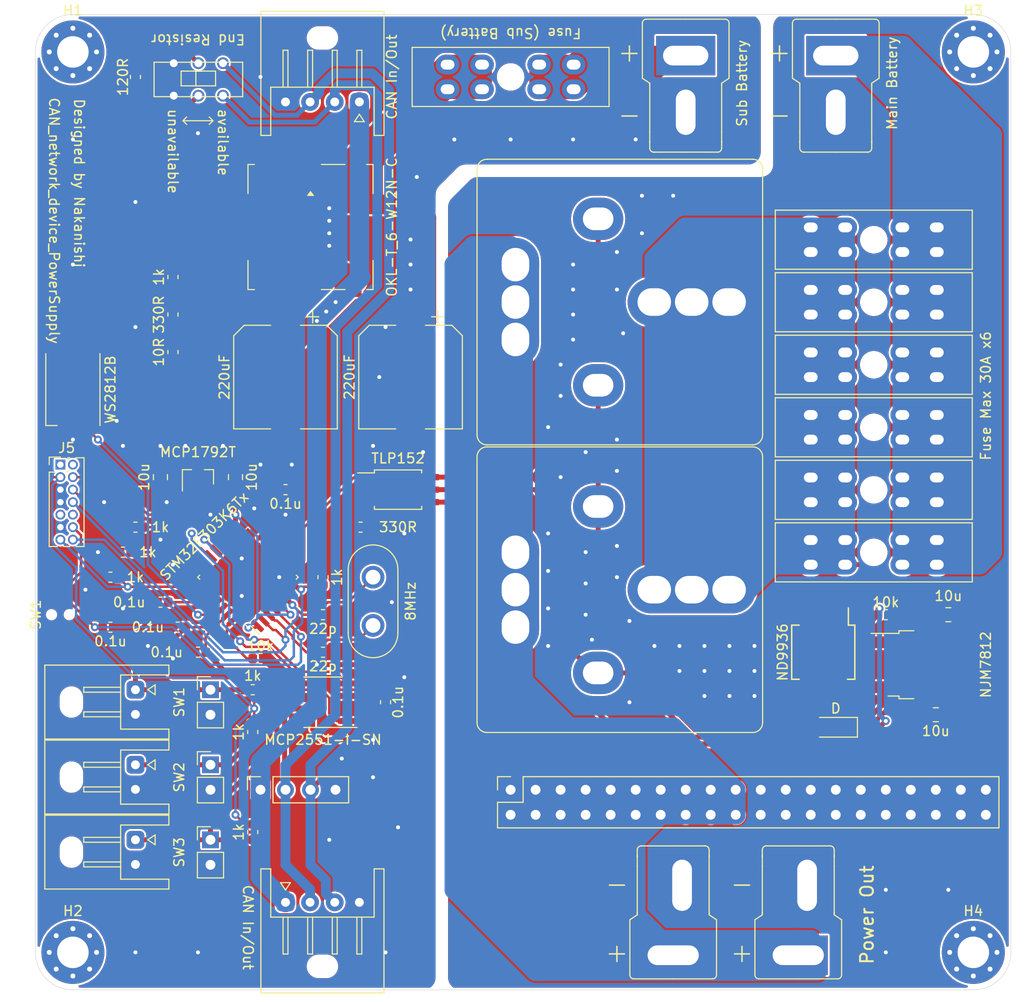
<source format=kicad_pcb>
(kicad_pcb (version 20171130) (host pcbnew "(5.1.4)-1")
  (layers (0 F.Cu signal) (31 B.Cu signal) (34 B.Paste user) (35 F.Paste user) (36 B.SilkS user) (37 F.SilkS user) (38 B.Mask user) (39 F.Mask user) (44 Edge.Cuts user))
  (net 0 "")
  (net 1 GND)
  (net 2 MCO)
  (net 3 PF1)
  (net 4 GNDPWR)
  (net 5 SW1)
  (net 6 SW2)
  (net 7 SW3)
  (net 8 +3V3)
  (net 9 +5V)
  (net 10 NRST)
  (net 11 VCC)
  (net 12 +12V)
  (net 13 "Net-(C13-Pad1)")
  (net 14 LED)
  (net 15 Main_Breaker)
  (net 16 +BATT2)
  (net 17 +BATT)
  (net 18 VCP_TX)
  (net 19 VCP_RX)
  (net 20 SWCLK)
  (net 21 SWDIO)
  (net 22 CAN_L)
  (net 23 CAN_H)
  (net 24 Vout)
  (net 25 "Net-(Q1-Pad2)")
  (net 26 "Net-(R4-Pad1)")
  (net 27 "Net-(R9-Pad1)")
  (net 28 "Net-(R11-Pad2)")
  (net 29 "Net-(R11-Pad1)")
  (net 30 "Net-(R12-Pad2)")
  (net 31 CAN_TX)
  (net 32 CAN_RX)
  (net 33 Breaker_Ctrl)
  (net 34 "Net-(R14-Pad2)")
  (net 35 "Net-(R14-Pad1)")
  (net 36 "Net-(D1-Pad2)")
  (net 37 "Net-(J5-Pad10)")
  (net 38 "Net-(J5-Pad9)")
  (net 39 "Net-(J5-Pad2)")
  (net 40 "Net-(J5-Pad1)")
  (net 41 "Net-(U1-Pad26)")
  (net 42 "Net-(U1-Pad20)")
  (net 43 "Net-(U1-Pad19)")
  (net 44 "Net-(U1-Pad18)")
  (net 45 "Net-(U1-Pad15)")
  (net 46 "Net-(U1-Pad14)")
  (net 47 "Net-(U1-Pad13)")
  (net 48 "Net-(U1-Pad12)")
  (net 49 "Net-(U1-Pad11)")
  (net 50 "Net-(U1-Pad10)")
  (net 51 "Net-(U1-Pad7)")
  (net 52 "Net-(U3-Pad5)")
  (module RobotClub_footprint:IS-2235 (layer F.Cu) (at 123.19 71.755 180)
    (fp_text reference SW2)
    (fp_text value "End Resistor")
    (pad 6 thru_hole circle (at 5 3.3 180) (size 1.2 1.2) (drill 0.8) (layers *.Cu *.Mask) (net 1 GND))
    (pad 5 thru_hole circle (at 2.5 3.3 180) (size 1.2 1.2) (drill 0.8) (layers *.Cu *.Mask) (net 34 "Net-(R14-Pad2)"))
    (pad 4 thru_hole circle (at 0 3.3 180) (size 1.2 1.2) (drill 0.8) (layers *.Cu *.Mask) (net 22 CAN_L))
    (pad 3 thru_hole circle (at 5 0 180) (size 1.2 1.2) (drill 0.8) (layers *.Cu *.Mask) (net 1 GND))
    (pad 2 thru_hole circle (at 2.5 0 180) (size 1.2 1.2) (drill 0.8) (layers *.Cu *.Mask) (net 35 "Net-(R14-Pad1)"))
    (pad 1 thru_hole circle (at 0 0 180) (size 1.2 1.2) (drill 0.8) (layers *.Cu *.Mask) (net 23 CAN_H))
  )
  (module Resistor_SMD:R_0603_1608Metric (layer F.Cu) (at 114.3 69.85 90)
    (fp_text reference R14)
    (fp_text value 120R (at 0 -1.27 90) (layer F.SilkS))
    (pad 2 smd roundrect (at 0.7875 0 90) (size 0.875 0.95) (layers F.Cu F.Paste F.Mask) (net 34 "Net-(R14-Pad2)"))
    (pad 1 smd roundrect (at -0.7875 0 90) (size 0.875 0.95) (layers F.Cu F.Paste F.Mask) (net 35 "Net-(R14-Pad1)"))
  )
  (module RobotClub_footprint:T_connector_femla (layer F.Cu) (at 168.91 154.94 180)
    (fp_text reference J14)
    (fp_text value Conn_01x02_Female)
    (fp_text user + (at 5.715 -3.81) (layer F.SilkS) (effects (font (size 2 2))))
    (fp_text user - (at 5.715 3.175) (layer F.SilkS) (effects (font (size 2 2))))
    (pad 1 thru_hole rect (at 0 -4.1 180) (size 6 4) (drill oval 5.2 2) (layers *.Cu *.Mask) (net 24 Vout))
    (pad 2 thru_hole rect (at -0.9 3 270) (size 6 4) (drill oval 5.2 2) (layers *.Cu *.Mask) (net 4 GNDPWR))
  )
  (module RobotClub_footprint:T_connector_femla (layer F.Cu) (at 181.61 154.94 180)
    (fp_text reference J13)
    (fp_text value Conn_01x02_Female)
    (fp_text user + (at 5.715 -3.81) (layer F.SilkS) (effects (font (size 2 2))))
    (fp_text user - (at 5.715 3.175) (layer F.SilkS) (effects (font (size 2 2))))
    (pad 1 thru_hole rect (at 0 -4.1 180) (size 6 4) (drill oval 5.2 2) (layers *.Cu *.Mask) (net 24 Vout))
    (pad 2 thru_hole rect (at -0.9 3 270) (size 6 4) (drill oval 5.2 2) (layers *.Cu *.Mask) (net 4 GNDPWR))
  )
  (module Package_QFP:LQFP-32_7x7mm_P0.8mm (layer F.Cu) (at 125.73 120.65 135)
    (fp_text reference U1)
    (fp_text value STM32F303K6Tx (at 6.08309 -0.20309 45) (layer F.SilkS))
    (pad 32 smd roundrect (at -2.8 -4.175 135) (size 0.5 1.5) (layers F.Cu F.Paste F.Mask) (net 1 GND))
    (pad 31 smd roundrect (at -2 -4.175 135) (size 0.5 1.5) (layers F.Cu F.Paste F.Mask) (net 26 "Net-(R4-Pad1)"))
    (pad 30 smd roundrect (at -1.2 -4.175 135) (size 0.5 1.5) (layers F.Cu F.Paste F.Mask) (net 7 SW3))
    (pad 29 smd roundrect (at -0.4 -4.175 135) (size 0.5 1.5) (layers F.Cu F.Paste F.Mask) (net 6 SW2))
    (pad 28 smd roundrect (at 0.4 -4.175 135) (size 0.5 1.5) (layers F.Cu F.Paste F.Mask) (net 14 LED))
    (pad 27 smd roundrect (at 1.2 -4.175 135) (size 0.5 1.5) (layers F.Cu F.Paste F.Mask) (net 5 SW1))
    (pad 26 smd roundrect (at 2 -4.175 135) (size 0.5 1.5) (layers F.Cu F.Paste F.Mask) (net 41 "Net-(U1-Pad26)"))
    (pad 25 smd roundrect (at 2.8 -4.175 135) (size 0.5 1.5) (layers F.Cu F.Paste F.Mask) (net 19 VCP_RX))
    (pad 24 smd roundrect (at 4.175 -2.8 135) (size 1.5 0.5) (layers F.Cu F.Paste F.Mask) (net 20 SWCLK))
    (pad 23 smd roundrect (at 4.175 -2 135) (size 1.5 0.5) (layers F.Cu F.Paste F.Mask) (net 21 SWDIO))
    (pad 22 smd roundrect (at 4.175 -1.2 135) (size 1.5 0.5) (layers F.Cu F.Paste F.Mask) (net 31 CAN_TX))
    (pad 21 smd roundrect (at 4.175 -0.4 135) (size 1.5 0.5) (layers F.Cu F.Paste F.Mask) (net 32 CAN_RX))
    (pad 20 smd roundrect (at 4.175 0.4 135) (size 1.5 0.5) (layers F.Cu F.Paste F.Mask) (net 42 "Net-(U1-Pad20)"))
    (pad 19 smd roundrect (at 4.175 1.2 135) (size 1.5 0.5) (layers F.Cu F.Paste F.Mask) (net 43 "Net-(U1-Pad19)"))
    (pad 18 smd roundrect (at 4.175 2 135) (size 1.5 0.5) (layers F.Cu F.Paste F.Mask) (net 44 "Net-(U1-Pad18)"))
    (pad 17 smd roundrect (at 4.175 2.8 135) (size 1.5 0.5) (layers F.Cu F.Paste F.Mask) (net 8 +3V3))
    (pad 16 smd roundrect (at 2.8 4.175 135) (size 0.5 1.5) (layers F.Cu F.Paste F.Mask) (net 1 GND))
    (pad 15 smd roundrect (at 2 4.175 135) (size 0.5 1.5) (layers F.Cu F.Paste F.Mask) (net 45 "Net-(U1-Pad15)"))
    (pad 14 smd roundrect (at 1.2 4.175 135) (size 0.5 1.5) (layers F.Cu F.Paste F.Mask) (net 46 "Net-(U1-Pad14)"))
    (pad 13 smd roundrect (at 0.4 4.175 135) (size 0.5 1.5) (layers F.Cu F.Paste F.Mask) (net 47 "Net-(U1-Pad13)"))
    (pad 12 smd roundrect (at -0.4 4.175 135) (size 0.5 1.5) (layers F.Cu F.Paste F.Mask) (net 48 "Net-(U1-Pad12)"))
    (pad 11 smd roundrect (at -1.2 4.175 135) (size 0.5 1.5) (layers F.Cu F.Paste F.Mask) (net 49 "Net-(U1-Pad11)"))
    (pad 10 smd roundrect (at -2 4.175 135) (size 0.5 1.5) (layers F.Cu F.Paste F.Mask) (net 50 "Net-(U1-Pad10)"))
    (pad 9 smd roundrect (at -2.8 4.175 135) (size 0.5 1.5) (layers F.Cu F.Paste F.Mask) (net 33 Breaker_Ctrl))
    (pad 8 smd roundrect (at -4.175 2.8 135) (size 1.5 0.5) (layers F.Cu F.Paste F.Mask) (net 18 VCP_TX))
    (pad 7 smd roundrect (at -4.175 2 135) (size 1.5 0.5) (layers F.Cu F.Paste F.Mask) (net 51 "Net-(U1-Pad7)"))
    (pad 6 smd roundrect (at -4.175 1.2 135) (size 1.5 0.5) (layers F.Cu F.Paste F.Mask) (net 2 MCO))
    (pad 5 smd roundrect (at -4.175 0.4 135) (size 1.5 0.5) (layers F.Cu F.Paste F.Mask) (net 8 +3V3))
    (pad 4 smd roundrect (at -4.175 -0.4 135) (size 1.5 0.5) (layers F.Cu F.Paste F.Mask) (net 10 NRST))
    (pad 3 smd roundrect (at -4.175 -1.2 135) (size 1.5 0.5) (layers F.Cu F.Paste F.Mask) (net 3 PF1))
    (pad 2 smd roundrect (at -4.175 -2 135) (size 1.5 0.5) (layers F.Cu F.Paste F.Mask) (net 2 MCO))
    (pad 1 smd roundrect (at -4.175 -2.8 135) (size 1.5 0.5) (layers F.Cu F.Paste F.Mask) (net 8 +3V3))
  )
  (module MountingHole:MountingHole_3.2mm_M3_Pad_Via (layer F.Cu) (at 199.39 158.75)
    (fp_text reference H4 (at 0 -4.2) (layer F.SilkS))
    (fp_text value MountingHole)
    (pad 1 thru_hole circle (at 1.697056 -1.697056) (size 0.8 0.8) (drill 0.5) (layers *.Cu *.Mask))
    (pad 1 thru_hole circle (at 0 -2.4) (size 0.8 0.8) (drill 0.5) (layers *.Cu *.Mask))
    (pad 1 thru_hole circle (at -1.697056 -1.697056) (size 0.8 0.8) (drill 0.5) (layers *.Cu *.Mask))
    (pad 1 thru_hole circle (at -2.4 0) (size 0.8 0.8) (drill 0.5) (layers *.Cu *.Mask))
    (pad 1 thru_hole circle (at -1.697056 1.697056) (size 0.8 0.8) (drill 0.5) (layers *.Cu *.Mask))
    (pad 1 thru_hole circle (at 0 2.4) (size 0.8 0.8) (drill 0.5) (layers *.Cu *.Mask))
    (pad 1 thru_hole circle (at 1.697056 1.697056) (size 0.8 0.8) (drill 0.5) (layers *.Cu *.Mask))
    (pad 1 thru_hole circle (at 2.4 0) (size 0.8 0.8) (drill 0.5) (layers *.Cu *.Mask))
    (pad 1 thru_hole circle (at 0 0) (size 6.4 6.4) (drill 3.2) (layers *.Cu *.Mask))
  )
  (module MountingHole:MountingHole_3.2mm_M3_Pad_Via (layer F.Cu) (at 199.39 67.31)
    (fp_text reference H3 (at 0 -4.2) (layer F.SilkS))
    (fp_text value MountingHole)
    (pad 1 thru_hole circle (at 1.697056 -1.697056) (size 0.8 0.8) (drill 0.5) (layers *.Cu *.Mask))
    (pad 1 thru_hole circle (at 0 -2.4) (size 0.8 0.8) (drill 0.5) (layers *.Cu *.Mask))
    (pad 1 thru_hole circle (at -1.697056 -1.697056) (size 0.8 0.8) (drill 0.5) (layers *.Cu *.Mask))
    (pad 1 thru_hole circle (at -2.4 0) (size 0.8 0.8) (drill 0.5) (layers *.Cu *.Mask))
    (pad 1 thru_hole circle (at -1.697056 1.697056) (size 0.8 0.8) (drill 0.5) (layers *.Cu *.Mask))
    (pad 1 thru_hole circle (at 0 2.4) (size 0.8 0.8) (drill 0.5) (layers *.Cu *.Mask))
    (pad 1 thru_hole circle (at 1.697056 1.697056) (size 0.8 0.8) (drill 0.5) (layers *.Cu *.Mask))
    (pad 1 thru_hole circle (at 2.4 0) (size 0.8 0.8) (drill 0.5) (layers *.Cu *.Mask))
    (pad 1 thru_hole circle (at 0 0) (size 6.4 6.4) (drill 3.2) (layers *.Cu *.Mask))
  )
  (module MountingHole:MountingHole_3.2mm_M3_Pad_Via (layer F.Cu) (at 107.95 158.75)
    (fp_text reference H2 (at 0 -4.2) (layer F.SilkS))
    (fp_text value MountingHole)
    (pad 1 thru_hole circle (at 1.697056 -1.697056) (size 0.8 0.8) (drill 0.5) (layers *.Cu *.Mask))
    (pad 1 thru_hole circle (at 0 -2.4) (size 0.8 0.8) (drill 0.5) (layers *.Cu *.Mask))
    (pad 1 thru_hole circle (at -1.697056 -1.697056) (size 0.8 0.8) (drill 0.5) (layers *.Cu *.Mask))
    (pad 1 thru_hole circle (at -2.4 0) (size 0.8 0.8) (drill 0.5) (layers *.Cu *.Mask))
    (pad 1 thru_hole circle (at -1.697056 1.697056) (size 0.8 0.8) (drill 0.5) (layers *.Cu *.Mask))
    (pad 1 thru_hole circle (at 0 2.4) (size 0.8 0.8) (drill 0.5) (layers *.Cu *.Mask))
    (pad 1 thru_hole circle (at 1.697056 1.697056) (size 0.8 0.8) (drill 0.5) (layers *.Cu *.Mask))
    (pad 1 thru_hole circle (at 2.4 0) (size 0.8 0.8) (drill 0.5) (layers *.Cu *.Mask))
    (pad 1 thru_hole circle (at 0 0) (size 6.4 6.4) (drill 3.2) (layers *.Cu *.Mask))
  )
  (module MountingHole:MountingHole_3.2mm_M3_Pad_Via (layer F.Cu) (at 107.95 67.31)
    (fp_text reference H1 (at 0 -4.2) (layer F.SilkS))
    (fp_text value MountingHole)
    (pad 1 thru_hole circle (at 1.697056 -1.697056) (size 0.8 0.8) (drill 0.5) (layers *.Cu *.Mask))
    (pad 1 thru_hole circle (at 0 -2.4) (size 0.8 0.8) (drill 0.5) (layers *.Cu *.Mask))
    (pad 1 thru_hole circle (at -1.697056 -1.697056) (size 0.8 0.8) (drill 0.5) (layers *.Cu *.Mask))
    (pad 1 thru_hole circle (at -2.4 0) (size 0.8 0.8) (drill 0.5) (layers *.Cu *.Mask))
    (pad 1 thru_hole circle (at -1.697056 1.697056) (size 0.8 0.8) (drill 0.5) (layers *.Cu *.Mask))
    (pad 1 thru_hole circle (at 0 2.4) (size 0.8 0.8) (drill 0.5) (layers *.Cu *.Mask))
    (pad 1 thru_hole circle (at 1.697056 1.697056) (size 0.8 0.8) (drill 0.5) (layers *.Cu *.Mask))
    (pad 1 thru_hole circle (at 2.4 0) (size 0.8 0.8) (drill 0.5) (layers *.Cu *.Mask))
    (pad 1 thru_hole circle (at 0 0) (size 6.4 6.4) (drill 3.2) (layers *.Cu *.Mask))
  )
  (module Connector_PinSocket_2.54mm:PinSocket_2x20_P2.54mm_Vertical (layer F.Cu) (at 152.4 142.24 90)
    (fp_text reference J15)
    (fp_text value Conn_02x20_Odd_Even)
    (pad 40 thru_hole oval (at -2.54 48.26 90) (size 1.7 1.7) (drill 1) (layers *.Cu *.Mask) (net 4 GNDPWR))
    (pad 39 thru_hole oval (at 0 48.26 90) (size 1.7 1.7) (drill 1) (layers *.Cu *.Mask) (net 4 GNDPWR))
    (pad 38 thru_hole oval (at -2.54 45.72 90) (size 1.7 1.7) (drill 1) (layers *.Cu *.Mask) (net 4 GNDPWR))
    (pad 37 thru_hole oval (at 0 45.72 90) (size 1.7 1.7) (drill 1) (layers *.Cu *.Mask) (net 4 GNDPWR))
    (pad 36 thru_hole oval (at -2.54 43.18 90) (size 1.7 1.7) (drill 1) (layers *.Cu *.Mask) (net 4 GNDPWR))
    (pad 35 thru_hole oval (at 0 43.18 90) (size 1.7 1.7) (drill 1) (layers *.Cu *.Mask) (net 4 GNDPWR))
    (pad 34 thru_hole oval (at -2.54 40.64 90) (size 1.7 1.7) (drill 1) (layers *.Cu *.Mask) (net 4 GNDPWR))
    (pad 33 thru_hole oval (at 0 40.64 90) (size 1.7 1.7) (drill 1) (layers *.Cu *.Mask) (net 4 GNDPWR))
    (pad 32 thru_hole oval (at -2.54 38.1 90) (size 1.7 1.7) (drill 1) (layers *.Cu *.Mask) (net 4 GNDPWR))
    (pad 31 thru_hole oval (at 0 38.1 90) (size 1.7 1.7) (drill 1) (layers *.Cu *.Mask) (net 4 GNDPWR))
    (pad 30 thru_hole oval (at -2.54 35.56 90) (size 1.7 1.7) (drill 1) (layers *.Cu *.Mask) (net 4 GNDPWR))
    (pad 29 thru_hole oval (at 0 35.56 90) (size 1.7 1.7) (drill 1) (layers *.Cu *.Mask) (net 4 GNDPWR))
    (pad 28 thru_hole oval (at -2.54 33.02 90) (size 1.7 1.7) (drill 1) (layers *.Cu *.Mask) (net 4 GNDPWR))
    (pad 27 thru_hole oval (at 0 33.02 90) (size 1.7 1.7) (drill 1) (layers *.Cu *.Mask) (net 4 GNDPWR))
    (pad 26 thru_hole oval (at -2.54 30.48 90) (size 1.7 1.7) (drill 1) (layers *.Cu *.Mask) (net 4 GNDPWR))
    (pad 25 thru_hole oval (at 0 30.48 90) (size 1.7 1.7) (drill 1) (layers *.Cu *.Mask) (net 4 GNDPWR))
    (pad 24 thru_hole oval (at -2.54 27.94 90) (size 1.7 1.7) (drill 1) (layers *.Cu *.Mask) (net 4 GNDPWR))
    (pad 23 thru_hole oval (at 0 27.94 90) (size 1.7 1.7) (drill 1) (layers *.Cu *.Mask) (net 4 GNDPWR))
    (pad 22 thru_hole oval (at -2.54 25.4 90) (size 1.7 1.7) (drill 1) (layers *.Cu *.Mask) (net 4 GNDPWR))
    (pad 21 thru_hole oval (at 0 25.4 90) (size 1.7 1.7) (drill 1) (layers *.Cu *.Mask) (net 4 GNDPWR))
    (pad 20 thru_hole oval (at -2.54 22.86 90) (size 1.7 1.7) (drill 1) (layers *.Cu *.Mask) (net 24 Vout))
    (pad 19 thru_hole oval (at 0 22.86 90) (size 1.7 1.7) (drill 1) (layers *.Cu *.Mask) (net 24 Vout))
    (pad 18 thru_hole oval (at -2.54 20.32 90) (size 1.7 1.7) (drill 1) (layers *.Cu *.Mask) (net 24 Vout))
    (pad 17 thru_hole oval (at 0 20.32 90) (size 1.7 1.7) (drill 1) (layers *.Cu *.Mask) (net 24 Vout))
    (pad 16 thru_hole oval (at -2.54 17.78 90) (size 1.7 1.7) (drill 1) (layers *.Cu *.Mask) (net 24 Vout))
    (pad 15 thru_hole oval (at 0 17.78 90) (size 1.7 1.7) (drill 1) (layers *.Cu *.Mask) (net 24 Vout))
    (pad 14 thru_hole oval (at -2.54 15.24 90) (size 1.7 1.7) (drill 1) (layers *.Cu *.Mask) (net 24 Vout))
    (pad 13 thru_hole oval (at 0 15.24 90) (size 1.7 1.7) (drill 1) (layers *.Cu *.Mask) (net 24 Vout))
    (pad 12 thru_hole oval (at -2.54 12.7 90) (size 1.7 1.7) (drill 1) (layers *.Cu *.Mask) (net 24 Vout))
    (pad 11 thru_hole oval (at 0 12.7 90) (size 1.7 1.7) (drill 1) (layers *.Cu *.Mask) (net 24 Vout))
    (pad 10 thru_hole oval (at -2.54 10.16 90) (size 1.7 1.7) (drill 1) (layers *.Cu *.Mask) (net 24 Vout))
    (pad 9 thru_hole oval (at 0 10.16 90) (size 1.7 1.7) (drill 1) (layers *.Cu *.Mask) (net 24 Vout))
    (pad 8 thru_hole oval (at -2.54 7.62 90) (size 1.7 1.7) (drill 1) (layers *.Cu *.Mask) (net 24 Vout))
    (pad 7 thru_hole oval (at 0 7.62 90) (size 1.7 1.7) (drill 1) (layers *.Cu *.Mask) (net 24 Vout))
    (pad 6 thru_hole oval (at -2.54 5.08 90) (size 1.7 1.7) (drill 1) (layers *.Cu *.Mask) (net 24 Vout))
    (pad 5 thru_hole oval (at 0 5.08 90) (size 1.7 1.7) (drill 1) (layers *.Cu *.Mask) (net 24 Vout))
    (pad 4 thru_hole oval (at -2.54 2.54 90) (size 1.7 1.7) (drill 1) (layers *.Cu *.Mask) (net 24 Vout))
    (pad 3 thru_hole oval (at 0 2.54 90) (size 1.7 1.7) (drill 1) (layers *.Cu *.Mask) (net 24 Vout))
    (pad 2 thru_hole oval (at -2.54 0 90) (size 1.7 1.7) (drill 1) (layers *.Cu *.Mask) (net 24 Vout))
    (pad 1 thru_hole rect (at 0 0 90) (size 1.7 1.7) (drill 1) (layers *.Cu *.Mask) (net 24 Vout))
  )
  (module Connector_PinSocket_2.54mm:PinSocket_1x04_P2.54mm_Vertical (layer F.Cu) (at 127 142.24 90)
    (fp_text reference J1)
    (fp_text value Conn_01x04)
    (pad 4 thru_hole oval (at 0 7.62 90) (size 1.7 1.7) (drill 1) (layers *.Cu *.Mask) (net 1 GND))
    (pad 3 thru_hole oval (at 0 5.08 90) (size 1.7 1.7) (drill 1) (layers *.Cu *.Mask) (net 22 CAN_L))
    (pad 2 thru_hole oval (at 0 2.54 90) (size 1.7 1.7) (drill 1) (layers *.Cu *.Mask) (net 23 CAN_H))
    (pad 1 thru_hole rect (at 0 0 90) (size 1.7 1.7) (drill 1) (layers *.Cu *.Mask) (net 9 +5V))
  )
  (module Capacitor_SMD:C_0805_2012Metric (layer F.Cu) (at 195.58 134.62)
    (fp_text reference C12)
    (fp_text value 10u (at 0 1.65) (layer F.SilkS))
    (pad 1 smd roundrect (at -0.9375 0) (size 0.975 1.4) (layers F.Cu F.Paste F.Mask) (net 12 +12V))
    (pad 2 smd roundrect (at 0.9375 0) (size 0.975 1.4) (layers F.Cu F.Paste F.Mask) (net 4 GNDPWR))
  )
  (module Capacitor_SMD:C_0805_2012Metric (layer F.Cu) (at 196.85 124.46)
    (fp_text reference C11)
    (fp_text value 10u (at 0 -1.905) (layer F.SilkS))
    (pad 2 smd roundrect (at 0.9375 0) (size 0.975 1.4) (layers F.Cu F.Paste F.Mask) (net 4 GNDPWR))
    (pad 1 smd roundrect (at -0.9375 0) (size 0.975 1.4) (layers F.Cu F.Paste F.Mask) (net 11 VCC))
  )
  (module Capacitor_SMD:C_0603_1608Metric (layer F.Cu) (at 139.7 133.35 270)
    (fp_text reference C10)
    (fp_text value 0.1u (at 0 -1.27 90) (layer F.SilkS))
    (pad 2 smd roundrect (at 0.7875 0 270) (size 0.875 0.95) (layers F.Cu F.Paste F.Mask) (net 1 GND))
    (pad 1 smd roundrect (at -0.7875 0 270) (size 0.875 0.95) (layers F.Cu F.Paste F.Mask) (net 9 +5V))
  )
  (module Capacitor_SMD:C_0805_2012Metric (layer F.Cu) (at 124.46 110.49 90)
    (fp_text reference C9)
    (fp_text value 10u (at 0 1.65 90) (layer F.SilkS))
    (pad 2 smd roundrect (at 0.9375 0 90) (size 0.975 1.4) (layers F.Cu F.Paste F.Mask) (net 1 GND))
    (pad 1 smd roundrect (at -0.9375 0 90) (size 0.975 1.4) (layers F.Cu F.Paste F.Mask) (net 8 +3V3))
  )
  (module Capacitor_SMD:C_0603_1608Metric (layer F.Cu) (at 111.76 125.73)
    (fp_text reference C8)
    (fp_text value 0.1u (at 0 1.43) (layer F.SilkS))
    (pad 2 smd roundrect (at 0.7875 0) (size 0.875 0.95) (layers F.Cu F.Paste F.Mask) (net 1 GND))
    (pad 1 smd roundrect (at -0.7875 0) (size 0.875 0.95) (layers F.Cu F.Paste F.Mask) (net 10 NRST))
  )
  (module Capacitor_SMD:C_0805_2012Metric (layer F.Cu) (at 116.84 110.49 270)
    (fp_text reference C7)
    (fp_text value 10u (at 0 1.65 90) (layer F.SilkS))
    (pad 2 smd roundrect (at 0.9375 0 270) (size 0.975 1.4) (layers F.Cu F.Paste F.Mask) (net 1 GND))
    (pad 1 smd roundrect (at -0.9375 0 270) (size 0.975 1.4) (layers F.Cu F.Paste F.Mask) (net 9 +5V))
  )
  (module Capacitor_SMD:C_0603_1608Metric (layer F.Cu) (at 129.54 111.76)
    (fp_text reference C6)
    (fp_text value 0.1u (at 0 1.43) (layer F.SilkS))
    (pad 2 smd roundrect (at 0.7875 0) (size 0.875 0.95) (layers F.Cu F.Paste F.Mask) (net 1 GND))
    (pad 1 smd roundrect (at -0.7875 0) (size 0.875 0.95) (layers F.Cu F.Paste F.Mask) (net 8 +3V3))
  )
  (module Capacitor_SMD:C_0603_1608Metric (layer F.Cu) (at 120.65 128.27 180)
    (fp_text reference C5)
    (fp_text value 0.1u (at 3.175 0) (layer F.SilkS))
    (pad 2 smd roundrect (at 0.7875 0 180) (size 0.875 0.95) (layers F.Cu F.Paste F.Mask) (net 1 GND))
    (pad 1 smd roundrect (at -0.7875 0 180) (size 0.875 0.95) (layers F.Cu F.Paste F.Mask) (net 7 SW3))
  )
  (module Capacitor_SMD:C_0603_1608Metric (layer F.Cu) (at 118.5925 125.73 180)
    (fp_text reference C4)
    (fp_text value 0.1u (at 3.0225 0) (layer F.SilkS))
    (pad 2 smd roundrect (at 0.7875 0 180) (size 0.875 0.95) (layers F.Cu F.Paste F.Mask) (net 1 GND))
    (pad 1 smd roundrect (at -0.7875 0 180) (size 0.875 0.95) (layers F.Cu F.Paste F.Mask) (net 6 SW2))
  )
  (module Capacitor_SMD:C_0603_1608Metric (layer F.Cu) (at 116.84 123.19 180)
    (fp_text reference C3)
    (fp_text value 0.1u (at 3.175 0) (layer F.SilkS))
    (pad 2 smd roundrect (at 0.7875 0 180) (size 0.875 0.95) (layers F.Cu F.Paste F.Mask) (net 1 GND))
    (pad 1 smd roundrect (at -0.7875 0 180) (size 0.875 0.95) (layers F.Cu F.Paste F.Mask) (net 5 SW1))
  )
  (module Crystal:Crystal_HC50_Vertical (layer F.Cu) (at 138.43 120.65 270)
    (fp_text reference Y1)
    (fp_text value 8MHz (at 2.45 -3.81 90) (layer F.SilkS))
    (pad 2 thru_hole circle (at 4.9 0 270) (size 2.3 2.3) (drill 1.5) (layers *.Cu *.Mask) (net 3 PF1))
    (pad 1 thru_hole circle (at 0 0 270) (size 2.3 2.3) (drill 1.5) (layers *.Cu *.Mask) (net 2 MCO))
  )
  (module RobotClub_footprint:OKL_T6_W12 (layer F.Cu) (at 132.08 85.09 270)
    (fp_text reference U6)
    (fp_text value OKL-T_6-W12N-C (at 0 -8.255 90) (layer F.SilkS))
    (pad 4 smd roundrect (at 4.585 -3.435) (size 4.07 1.77) (layers F.Cu F.Paste F.Mask) (roundrect_rratio 0.028) (net 9 +5V))
    (pad 3 smd roundrect (at 1.145 -4.585 270) (size 4.07 1.77) (layers F.Cu F.Paste F.Mask) (roundrect_rratio 0.028) (net 1 GND))
    (pad 2 smd roundrect (at -3.435 -4.585 270) (size 4.07 1.77) (layers F.Cu F.Paste F.Mask) (roundrect_rratio 0.028) (net 13 "Net-(C13-Pad1)"))
    (pad 4 smd roundrect (at 5.6 -4.58 270) (size 3 1.2) (layers F.Cu F.Paste F.Mask) (roundrect_rratio 0.05) (net 9 +5V))
    (pad 3 smd roundrect (at 2.29 -5.6) (size 3 1.2) (layers F.Cu F.Paste F.Mask) (roundrect_rratio 0.05) (net 1 GND))
    (pad 2 smd roundrect (at -2.29 -5.6) (size 3 1.2) (layers F.Cu F.Paste F.Mask) (roundrect_rratio 0.05) (net 13 "Net-(C13-Pad1)"))
    (pad 3 smd roundrect (at 0 -5.6) (size 3 1.2) (layers F.Cu F.Paste F.Mask) (roundrect_rratio 0.05) (net 1 GND))
    (pad 2 smd roundrect (at -5.6 -4.58 270) (size 3 1.2) (layers F.Cu F.Paste F.Mask) (roundrect_rratio 0.05) (net 13 "Net-(C13-Pad1)"))
    (pad 12 smd roundrect (at 2.29 5.6) (size 3 1.2) (layers F.Cu F.Paste F.Mask) (roundrect_rratio 0.05))
    (pad 8 smd roundrect (at -2.29 5.6) (size 3 1.2) (layers F.Cu F.Paste F.Mask) (roundrect_rratio 0.05))
    (pad 6 smd roundrect (at 5.6 4.58 270) (size 3 1.2) (layers F.Cu F.Paste F.Mask) (roundrect_rratio 0.05) (net 29 "Net-(R11-Pad1)"))
    (pad 11 smd roundrect (at 6.35 2.29 270) (size 1.5 1.2) (layers F.Cu F.Paste F.Mask) (roundrect_rratio 0.05))
    (pad 9 smd roundrect (at -5.6 4.58 270) (size 3 1.2) (layers F.Cu F.Paste F.Mask) (roundrect_rratio 0.05))
    (pad 10 smd roundrect (at -5.6 2.29 270) (size 3 1.2) (layers F.Cu F.Paste F.Mask) (roundrect_rratio 0.05) (net 1 GND))
    (pad 7 smd roundrect (at 0 5.6) (size 3 1.2) (layers F.Cu F.Paste F.Mask) (roundrect_rratio 0.05) (net 1 GND))
    (pad 5 smd roundrect (at 5.6 0 270) (size 3 1.2) (layers F.Cu F.Paste F.Mask) (roundrect_rratio 0.05) (net 9 +5V))
    (pad 1 smd roundrect (at -5.6 0 270) (size 3 1.2) (layers F.Cu F.Paste F.Mask) (roundrect_rratio 0.05) (net 1 GND))
  )
  (module Package_SO:SO-6_4.4x3.6mm_P1.27mm (layer F.Cu) (at 140.97 111.76)
    (fp_text reference U5)
    (fp_text value TLP152 (at 0 -3.175) (layer F.SilkS))
    (pad 6 smd rect (at 3.15 -1.27) (size 2 0.64) (layers F.Cu F.Paste F.Mask) (net 12 +12V))
    (pad 5 smd rect (at 3.15 0) (size 2 0.64) (layers F.Cu F.Paste F.Mask) (net 25 "Net-(Q1-Pad2)"))
    (pad 4 smd rect (at 3.15 1.27) (size 2 0.64) (layers F.Cu F.Paste F.Mask) (net 4 GNDPWR))
    (pad 3 smd rect (at -3.15 1.27) (size 2 0.64) (layers F.Cu F.Paste F.Mask) (net 27 "Net-(R9-Pad1)"))
    (pad 2 smd rect (at -3.15 0) (size 2 0.64) (layers F.Cu F.Paste F.Mask))
    (pad 1 smd rect (at -3.15 -1.27) (size 2 0.64) (layers F.Cu F.Paste F.Mask) (net 33 Breaker_Ctrl))
  )
  (module Package_TO_SOT_SMD:TO-252-2 (layer F.Cu) (at 194.31 129.54)
    (fp_text reference U4)
    (fp_text value NJM7812 (at 6.35 0 270) (layer F.SilkS))
    (pad 2 smd rect (at 2.1 0) (size 6.4 5.8) (layers F.Cu F.Mask) (net 4 GNDPWR))
    (pad 3 smd rect (at -4.2 2.28) (size 2.2 1.2) (layers F.Cu F.Paste F.Mask) (net 12 +12V))
    (pad 1 smd rect (at -4.2 -2.28) (size 2.2 1.2) (layers F.Cu F.Paste F.Mask) (net 11 VCC))
  )
  (module Package_SO:SOIC-8_3.9x4.9mm_P1.27mm (layer F.Cu) (at 133.35 133.35 180)
    (fp_text reference U3)
    (fp_text value MCP2551-I-SN (at 0 -3.81) (layer F.SilkS))
    (pad 8 smd roundrect (at 2.475 -1.905 180) (size 1.95 0.6) (layers F.Cu F.Paste F.Mask) (net 1 GND))
    (pad 7 smd roundrect (at 2.475 -0.635 180) (size 1.95 0.6) (layers F.Cu F.Paste F.Mask) (net 23 CAN_H))
    (pad 6 smd roundrect (at 2.475 0.635 180) (size 1.95 0.6) (layers F.Cu F.Paste F.Mask) (net 22 CAN_L))
    (pad 5 smd roundrect (at 2.475 1.905 180) (size 1.95 0.6) (layers F.Cu F.Paste F.Mask) (net 52 "Net-(U3-Pad5)"))
    (pad 4 smd roundrect (at -2.475 1.905 180) (size 1.95 0.6) (layers F.Cu F.Paste F.Mask) (net 32 CAN_RX))
    (pad 3 smd roundrect (at -2.475 0.635 180) (size 1.95 0.6) (layers F.Cu F.Paste F.Mask) (net 9 +5V))
    (pad 2 smd roundrect (at -2.475 -0.635 180) (size 1.95 0.6) (layers F.Cu F.Paste F.Mask) (net 1 GND))
    (pad 1 smd roundrect (at -2.475 -1.905 180) (size 1.95 0.6) (layers F.Cu F.Paste F.Mask) (net 31 CAN_TX))
  )
  (module Package_TO_SOT_SMD:SOT-23 (layer F.Cu) (at 120.65 110.49 90)
    (fp_text reference U2)
    (fp_text value MCP1792T (at 2.54 0 180) (layer F.SilkS))
    (pad 3 smd rect (at 1 0 90) (size 0.9 0.8) (layers F.Cu F.Paste F.Mask) (net 9 +5V))
    (pad 2 smd rect (at -1 0.95 90) (size 0.9 0.8) (layers F.Cu F.Paste F.Mask) (net 8 +3V3))
    (pad 1 smd rect (at -1 -0.95 90) (size 0.9 0.8) (layers F.Cu F.Paste F.Mask) (net 1 GND))
  )
  (module RobotClub_footprint:switch_smd (layer F.Cu) (at 106.68 124.46 180)
    (fp_text reference SW1 (at 2.5 0 90) (layer F.SilkS))
    (fp_text value SW_Push)
    (pad 1 smd roundrect (at 0 2.225 180) (size 1.6 1.05) (layers F.Cu F.Paste F.Mask) (roundrect_rratio 0.125) (net 10 NRST))
    (pad 2 smd roundrect (at 0 -2.225 180) (size 1.6 1.05) (layers F.Cu F.Paste F.Mask) (roundrect_rratio 0.125) (net 1 GND))
    (pad "" np_thru_hole circle (at 0.9 0 180) (size 0.75 0.75) (drill 0.75) (layers *.Cu *.Mask))
    (pad "" np_thru_hole circle (at -0.9 0 180) (size 0.75 0.75) (drill 0.75) (layers *.Cu *.Mask))
  )
  (module Resistor_SMD:R_0603_1608Metric (layer F.Cu) (at 118.11 97.79 270)
    (fp_text reference R13)
    (fp_text value 10R (at 0 1.43 90) (layer F.SilkS))
    (pad 2 smd roundrect (at 0.7875 0 270) (size 0.875 0.95) (layers F.Cu F.Paste F.Mask) (net 1 GND))
    (pad 1 smd roundrect (at -0.7875 0 270) (size 0.875 0.95) (layers F.Cu F.Paste F.Mask) (net 30 "Net-(R12-Pad2)"))
  )
  (module Resistor_SMD:R_0603_1608Metric (layer F.Cu) (at 118.11 93.98 270)
    (fp_text reference R12)
    (fp_text value 330R (at 0 1.43 90) (layer F.SilkS))
    (pad 2 smd roundrect (at 0.7875 0 270) (size 0.875 0.95) (layers F.Cu F.Paste F.Mask) (net 30 "Net-(R12-Pad2)"))
    (pad 1 smd roundrect (at -0.7875 0 270) (size 0.875 0.95) (layers F.Cu F.Paste F.Mask) (net 28 "Net-(R11-Pad2)"))
  )
  (module Resistor_SMD:R_0603_1608Metric (layer F.Cu) (at 118.11 90.17 270)
    (fp_text reference R11)
    (fp_text value 1k (at 0 1.43 90) (layer F.SilkS))
    (pad 2 smd roundrect (at 0.7875 0 270) (size 0.875 0.95) (layers F.Cu F.Paste F.Mask) (net 28 "Net-(R11-Pad2)"))
    (pad 1 smd roundrect (at -0.7875 0 270) (size 0.875 0.95) (layers F.Cu F.Paste F.Mask) (net 29 "Net-(R11-Pad1)"))
  )
  (module Resistor_SMD:R_0603_1608Metric (layer F.Cu) (at 190.5 124.46)
    (fp_text reference R10)
    (fp_text value 10k (at 0 -1.27) (layer F.SilkS))
    (pad 2 smd roundrect (at 0.7875 0) (size 0.875 0.95) (layers F.Cu F.Paste F.Mask) (net 4 GNDPWR))
    (pad 1 smd roundrect (at -0.7875 0) (size 0.875 0.95) (layers F.Cu F.Paste F.Mask) (net 25 "Net-(Q1-Pad2)"))
  )
  (module Resistor_SMD:R_0603_1608Metric (layer F.Cu) (at 137.16 115.57 180)
    (fp_text reference R9)
    (fp_text value 330R (at -3.81 0) (layer F.SilkS))
    (pad 2 smd roundrect (at 0.7875 0 180) (size 0.875 0.95) (layers F.Cu F.Paste F.Mask) (net 1 GND))
    (pad 1 smd roundrect (at -0.7875 0 180) (size 0.875 0.95) (layers F.Cu F.Paste F.Mask) (net 27 "Net-(R9-Pad1)"))
  )
  (module Resistor_SMD:R_0603_1608Metric (layer F.Cu) (at 114.3 115.57 180)
    (fp_text reference R8)
    (fp_text value 1k (at -2.54 0) (layer F.SilkS))
    (pad 2 smd roundrect (at 0.7875 0 180) (size 0.875 0.95) (layers F.Cu F.Paste F.Mask) (net 1 GND))
    (pad 1 smd roundrect (at -0.7875 0 180) (size 0.875 0.95) (layers F.Cu F.Paste F.Mask) (net 21 SWDIO))
  )
  (module Resistor_SMD:R_0603_1608Metric (layer F.Cu) (at 133.35 120.65 90)
    (fp_text reference R7)
    (fp_text value 1k (at 0 1.43 90) (layer F.SilkS))
    (pad 2 smd roundrect (at 0.7875 0 90) (size 0.875 0.95) (layers F.Cu F.Paste F.Mask) (net 1 GND))
    (pad 1 smd roundrect (at -0.7875 0 90) (size 0.875 0.95) (layers F.Cu F.Paste F.Mask) (net 18 VCP_TX))
  )
  (module Resistor_SMD:R_0603_1608Metric (layer F.Cu) (at 113.03 118.11 180)
    (fp_text reference R6)
    (fp_text value 1k (at -2.54 0) (layer F.SilkS))
    (pad 2 smd roundrect (at 0.7875 0 180) (size 0.875 0.95) (layers F.Cu F.Paste F.Mask) (net 1 GND))
    (pad 1 smd roundrect (at -0.7875 0 180) (size 0.875 0.95) (layers F.Cu F.Paste F.Mask) (net 20 SWCLK))
  )
  (module Resistor_SMD:R_0603_1608Metric (layer F.Cu) (at 111.76 120.65 180)
    (fp_text reference R5)
    (fp_text value 1k (at -2.54 0) (layer F.SilkS))
    (pad 2 smd roundrect (at 0.7875 0 180) (size 0.875 0.95) (layers F.Cu F.Paste F.Mask) (net 1 GND))
    (pad 1 smd roundrect (at -0.7875 0 180) (size 0.875 0.95) (layers F.Cu F.Paste F.Mask) (net 19 VCP_RX))
  )
  (module Resistor_SMD:R_0603_1608Metric (layer F.Cu) (at 127 128.905)
    (fp_text reference R4)
    (fp_text value 10k (at 0 -1.27) (layer F.SilkS))
    (pad 2 smd roundrect (at 0.7875 0) (size 0.875 0.95) (layers F.Cu F.Paste F.Mask) (net 1 GND))
    (pad 1 smd roundrect (at -0.7875 0) (size 0.875 0.95) (layers F.Cu F.Paste F.Mask) (net 26 "Net-(R4-Pad1)"))
  )
  (module Resistor_SMD:R_0603_1608Metric (layer F.Cu) (at 126.2125 146.5325 270)
    (fp_text reference R3)
    (fp_text value 1k (at 0 1.43 90) (layer F.SilkS))
    (pad 2 smd roundrect (at 0.7875 0 270) (size 0.875 0.95) (layers F.Cu F.Paste F.Mask) (net 7 SW3))
    (pad 1 smd roundrect (at -0.7875 0 270) (size 0.875 0.95) (layers F.Cu F.Paste F.Mask) (net 8 +3V3))
  )
  (module Resistor_SMD:R_0603_1608Metric (layer F.Cu) (at 126.2125 136.3725 270)
    (fp_text reference R2)
    (fp_text value 1k (at 0 1.43 90) (layer F.SilkS))
    (pad 2 smd roundrect (at 0.7875 0 270) (size 0.875 0.95) (layers F.Cu F.Paste F.Mask) (net 6 SW2))
    (pad 1 smd roundrect (at -0.7875 0 270) (size 0.875 0.95) (layers F.Cu F.Paste F.Mask) (net 8 +3V3))
  )
  (module Resistor_SMD:R_0603_1608Metric (layer F.Cu) (at 126.2125 132.08 180)
    (fp_text reference R1)
    (fp_text value 1k (at 0 1.43) (layer F.SilkS))
    (pad 2 smd roundrect (at 0.7875 0 180) (size 0.875 0.95) (layers F.Cu F.Paste F.Mask) (net 5 SW1))
    (pad 1 smd roundrect (at -0.7875 0 180) (size 0.875 0.95) (layers F.Cu F.Paste F.Mask) (net 8 +3V3))
  )
  (module Package_SO:SO-8_5.3x6.2mm_P1.27mm (layer F.Cu) (at 184.15 128.27 270)
    (fp_text reference Q1)
    (fp_text value ND9936 (at 0 4.13 90) (layer F.SilkS))
    (pad 8 smd rect (at 3.7 -1.905 270) (size 1.75 0.55) (layers F.Cu F.Paste F.Mask) (net 15 Main_Breaker))
    (pad 7 smd rect (at 3.7 -0.635 270) (size 1.75 0.55) (layers F.Cu F.Paste F.Mask) (net 15 Main_Breaker))
    (pad 6 smd rect (at 3.7 0.635 270) (size 1.75 0.55) (layers F.Cu F.Paste F.Mask) (net 4 GNDPWR))
    (pad 5 smd rect (at 3.7 1.905 270) (size 1.75 0.55) (layers F.Cu F.Paste F.Mask) (net 4 GNDPWR))
    (pad 4 smd rect (at -3.7 1.905 270) (size 1.75 0.55) (layers F.Cu F.Paste F.Mask) (net 4 GNDPWR))
    (pad 3 smd rect (at -3.7 0.635 270) (size 1.75 0.55) (layers F.Cu F.Paste F.Mask) (net 4 GNDPWR))
    (pad 2 smd rect (at -3.7 -0.635 270) (size 1.75 0.55) (layers F.Cu F.Paste F.Mask) (net 25 "Net-(Q1-Pad2)"))
    (pad 1 smd rect (at -3.7 -1.905 270) (size 1.75 0.55) (layers F.Cu F.Paste F.Mask) (net 4 GNDPWR))
  )
  (module RobotClub_footprint:DG85x-xx21-x5 (layer F.Cu) (at 161.29 92.71 90)
    (fp_text reference K2)
    (fp_text value DG85x-xx21-x5)
    (pad 30 thru_hole oval (at 0 5.7 180) (size 5.4 4.8) (drill oval 3.4 2.8) (layers *.Cu *.Mask) (net 11 VCC))
    (pad 30 thru_hole oval (at 0 13.3 180) (size 5.4 4.8) (drill oval 3.4 2.8) (layers *.Cu *.Mask) (net 11 VCC))
    (pad 30 thru_hole oval (at 0 9.5 180) (size 13 4.8) (drill oval 3.4 2.8) (layers *.Cu *.Mask) (net 11 VCC))
    (pad 85 thru_hole oval (at -8.45 0 90) (size 4.3 5.1) (drill oval 2.3 3.1) (layers *.Cu *.Mask) (net 12 +12V))
    (pad 86 thru_hole oval (at 8.45 0 90) (size 4.3 5.1) (drill oval 2.3 3.1) (layers *.Cu *.Mask) (net 15 Main_Breaker))
    (pad 87 thru_hole oval (at 0 -8.4 90) (size 13 4.8) (drill oval 3.4 2.8) (layers *.Cu *.Mask) (net 24 Vout))
    (pad 87 thru_hole oval (at 3.8 -8.4 90) (size 5.4 4.8) (drill oval 3.4 2.8) (layers *.Cu *.Mask) (net 24 Vout))
    (pad 87 thru_hole oval (at -3.8 -8.4 90) (size 5.4 4.8) (drill oval 3.4 2.8) (layers *.Cu *.Mask) (net 24 Vout))
  )
  (module RobotClub_footprint:DG85x-xx21-x5 (layer F.Cu) (at 161.29 121.92 90)
    (fp_text reference K1)
    (fp_text value DG85x-xx21-x5)
    (pad 30 thru_hole oval (at 0 5.7 180) (size 5.4 4.8) (drill oval 3.4 2.8) (layers *.Cu *.Mask) (net 11 VCC))
    (pad 30 thru_hole oval (at 0 13.3 180) (size 5.4 4.8) (drill oval 3.4 2.8) (layers *.Cu *.Mask) (net 11 VCC))
    (pad 30 thru_hole oval (at 0 9.5 180) (size 13 4.8) (drill oval 3.4 2.8) (layers *.Cu *.Mask) (net 11 VCC))
    (pad 85 thru_hole oval (at -8.45 0 90) (size 4.3 5.1) (drill oval 2.3 3.1) (layers *.Cu *.Mask) (net 12 +12V))
    (pad 86 thru_hole oval (at 8.45 0 90) (size 4.3 5.1) (drill oval 2.3 3.1) (layers *.Cu *.Mask) (net 15 Main_Breaker))
    (pad 87 thru_hole oval (at 0 -8.4 90) (size 13 4.8) (drill oval 3.4 2.8) (layers *.Cu *.Mask) (net 24 Vout))
    (pad 87 thru_hole oval (at 3.8 -8.4 90) (size 5.4 4.8) (drill oval 3.4 2.8) (layers *.Cu *.Mask) (net 24 Vout))
    (pad 87 thru_hole oval (at -3.8 -8.4 90) (size 5.4 4.8) (drill oval 3.4 2.8) (layers *.Cu *.Mask) (net 24 Vout))
  )
  (module RobotClub_footprint:T_conector_male (layer F.Cu) (at 170.18 70.485)
    (fp_text reference J12)
    (fp_text value Conn_01x02_Male)
    (fp_text user - (at -5.715 3.175) (layer F.SilkS) (effects (font (size 2 2))))
    (fp_text user + (at -5.715 -3.175) (layer F.SilkS) (effects (font (size 2 2))))
    (pad 2 thru_hole rect (at 0 2.95 90) (size 6 4) (drill oval 4.6 2) (layers *.Cu *.Mask) (net 1 GND))
    (pad 1 thru_hole rect (at 0 -2.8) (size 6 4) (drill oval 4.6 2) (layers *.Cu *.Mask) (net 16 +BATT2))
  )
  (module RobotClub_footprint:T_conector_male (layer F.Cu) (at 185.42 70.485)
    (fp_text reference J11)
    (fp_text value Conn_01x02_Male)
    (fp_text user - (at -5.715 3.175) (layer F.SilkS) (effects (font (size 2 2))))
    (fp_text user + (at -5.715 -3.175) (layer F.SilkS) (effects (font (size 2 2))))
    (pad 2 thru_hole rect (at 0 2.95 90) (size 6 4) (drill oval 4.6 2) (layers *.Cu *.Mask) (net 4 GNDPWR))
    (pad 1 thru_hole rect (at 0 -2.8) (size 6 4) (drill oval 4.6 2) (layers *.Cu *.Mask) (net 17 +BATT))
  )
  (module Connetor_JST_XA:S04B-XASK-1 (layer F.Cu) (at 129.54 153.67)
    (fp_text reference J10)
    (fp_text value Conn_01x04_Female)
    (pad 4 thru_hole circle (at 7.5 0) (size 1.8 1.8) (drill 0.9) (layers *.Cu *.Mask) (net 1 GND))
    (pad 3 thru_hole circle (at 5 0) (size 1.8 1.8) (drill 0.9) (layers *.Cu *.Mask) (net 22 CAN_L))
    (pad "" np_thru_hole oval (at 3.75 6.5 180) (size 2.8 2) (drill oval 2.8 2) (layers *.Cu *.Mask))
    (pad 2 thru_hole circle (at 2.5 0) (size 1.8 1.8) (drill 0.9) (layers *.Cu *.Mask) (net 23 CAN_H))
    (pad 1 thru_hole roundrect (at 0 0) (size 1.8 1.8) (drill 0.9) (layers *.Cu *.Mask) (net 9 +5V))
  )
  (module Connetor_JST_XA:S04B-XASK-1 (layer F.Cu) (at 137.04 72.39 180)
    (fp_text reference J9)
    (fp_text value Conn_01x04_Female)
    (pad 4 thru_hole circle (at 7.5 0 180) (size 1.8 1.8) (drill 0.9) (layers *.Cu *.Mask) (net 1 GND))
    (pad 3 thru_hole circle (at 5 0 180) (size 1.8 1.8) (drill 0.9) (layers *.Cu *.Mask) (net 22 CAN_L))
    (pad "" np_thru_hole oval (at 3.75 6.5) (size 2.8 2) (drill oval 2.8 2) (layers *.Cu *.Mask))
    (pad 2 thru_hole circle (at 2.5 0 180) (size 1.8 1.8) (drill 0.9) (layers *.Cu *.Mask) (net 23 CAN_H))
    (pad 1 thru_hole roundrect (at 0 0 180) (size 1.8 1.8) (drill 0.9) (layers *.Cu *.Mask) (net 9 +5V))
  )
  (module Connector_PinHeader_2.54mm:PinHeader_1x02_P2.54mm_Vertical (layer F.Cu) (at 121.92 147.32)
    (fp_text reference J8)
    (fp_text value Conn_01x02_Male)
    (pad 2 thru_hole oval (at 0 2.54) (size 1.7 1.7) (drill 1) (layers *.Cu *.Mask) (net 1 GND))
    (pad 1 thru_hole rect (at 0 0) (size 1.7 1.7) (drill 1) (layers *.Cu *.Mask) (net 7 SW3))
  )
  (module Connector_PinHeader_2.54mm:PinHeader_1x02_P2.54mm_Vertical (layer F.Cu) (at 121.92 139.7)
    (fp_text reference J7)
    (fp_text value Conn_01x02_Male)
    (pad 2 thru_hole oval (at 0 2.54) (size 1.7 1.7) (drill 1) (layers *.Cu *.Mask) (net 1 GND))
    (pad 1 thru_hole rect (at 0 0) (size 1.7 1.7) (drill 1) (layers *.Cu *.Mask) (net 6 SW2))
  )
  (module Connector_PinHeader_2.54mm:PinHeader_1x02_P2.54mm_Vertical (layer F.Cu) (at 121.92 132.08)
    (fp_text reference J6)
    (fp_text value Conn_01x02_Male)
    (pad 2 thru_hole oval (at 0 2.54) (size 1.7 1.7) (drill 1) (layers *.Cu *.Mask) (net 1 GND))
    (pad 1 thru_hole rect (at 0 0) (size 1.7 1.7) (drill 1) (layers *.Cu *.Mask) (net 5 SW1))
  )
  (module Connector_PinHeader_1.27mm:PinHeader_2x07_P1.27mm_Vertical (layer F.Cu) (at 106.68 109.22)
    (fp_text reference J5 (at 0.635 -1.695) (layer F.SilkS))
    (fp_text value Conn_01x14_Male)
    (pad 14 thru_hole oval (at 1.27 7.62) (size 1 1) (drill 0.65) (layers *.Cu *.Mask) (net 18 VCP_TX))
    (pad 13 thru_hole oval (at 0 7.62) (size 1 1) (drill 0.65) (layers *.Cu *.Mask) (net 19 VCP_RX))
    (pad 12 thru_hole oval (at 1.27 6.35) (size 1 1) (drill 0.65) (layers *.Cu *.Mask) (net 10 NRST))
    (pad 11 thru_hole oval (at 0 6.35) (size 1 1) (drill 0.65) (layers *.Cu *.Mask) (net 1 GND))
    (pad 10 thru_hole oval (at 1.27 5.08) (size 1 1) (drill 0.65) (layers *.Cu *.Mask) (net 37 "Net-(J5-Pad10)"))
    (pad 9 thru_hole oval (at 0 5.08) (size 1 1) (drill 0.65) (layers *.Cu *.Mask) (net 38 "Net-(J5-Pad9)"))
    (pad 8 thru_hole oval (at 1.27 3.81) (size 1 1) (drill 0.65) (layers *.Cu *.Mask) (net 2 MCO))
    (pad 7 thru_hole oval (at 0 3.81) (size 1 1) (drill 0.65) (layers *.Cu *.Mask) (net 1 GND))
    (pad 6 thru_hole oval (at 1.27 2.54) (size 1 1) (drill 0.65) (layers *.Cu *.Mask) (net 20 SWCLK))
    (pad 5 thru_hole oval (at 0 2.54) (size 1 1) (drill 0.65) (layers *.Cu *.Mask) (net 1 GND))
    (pad 4 thru_hole oval (at 1.27 1.27) (size 1 1) (drill 0.65) (layers *.Cu *.Mask) (net 21 SWDIO))
    (pad 3 thru_hole oval (at 0 1.27) (size 1 1) (drill 0.65) (layers *.Cu *.Mask) (net 8 +3V3))
    (pad 2 thru_hole oval (at 1.27 0) (size 1 1) (drill 0.65) (layers *.Cu *.Mask) (net 39 "Net-(J5-Pad2)"))
    (pad 1 thru_hole rect (at 0 0) (size 1 1) (drill 0.65) (layers *.Cu *.Mask) (net 40 "Net-(J5-Pad1)"))
  )
  (module Connetor_JST_XA:S02B-XASS-1 (layer F.Cu) (at 114.3 147.32 270)
    (fp_text reference J4)
    (fp_text value Conn_01x02_Female)
    (pad "" np_thru_hole oval (at 1.25 6.5 90) (size 2.8 2) (drill oval 2.8 2) (layers *.Cu *.Mask))
    (pad 2 thru_hole circle (at 2.5 0 270) (size 1.8 1.8) (drill 0.9) (layers *.Cu *.Mask) (net 1 GND))
    (pad 1 thru_hole roundrect (at 0 0 270) (size 1.8 1.8) (drill 0.9) (layers *.Cu *.Mask) (net 7 SW3))
  )
  (module Connetor_JST_XA:S02B-XASS-1 (layer F.Cu) (at 114.3 139.7 270)
    (fp_text reference J3)
    (fp_text value Conn_01x02_Female)
    (pad "" np_thru_hole oval (at 1.25 6.5 90) (size 2.8 2) (drill oval 2.8 2) (layers *.Cu *.Mask))
    (pad 2 thru_hole circle (at 2.5 0 270) (size 1.8 1.8) (drill 0.9) (layers *.Cu *.Mask) (net 1 GND))
    (pad 1 thru_hole roundrect (at 0 0 270) (size 1.8 1.8) (drill 0.9) (layers *.Cu *.Mask) (net 6 SW2))
  )
  (module Connetor_JST_XA:S02B-XASS-1 (layer F.Cu) (at 114.3 132.08 270)
    (fp_text reference J2)
    (fp_text value Conn_01x02_Female)
    (pad "" np_thru_hole oval (at 1.25 6.5 90) (size 2.8 2) (drill oval 2.8 2) (layers *.Cu *.Mask))
    (pad 2 thru_hole circle (at 2.5 0 270) (size 1.8 1.8) (drill 0.9) (layers *.Cu *.Mask) (net 1 GND))
    (pad 1 thru_hole roundrect (at 0 0 270) (size 1.8 1.8) (drill 0.9) (layers *.Cu *.Mask) (net 5 SW1))
  )
  (module RobotClub_footprint:Pudenz_FuseHolder (layer F.Cu) (at 189.28 86.38)
    (fp_text reference F7)
    (fp_text value Fuse)
    (pad 2 thru_hole oval (at 6.4 1.25) (size 2.4 2) (drill oval 1.4 1) (layers *.Cu *.Mask) (net 17 +BATT))
    (pad 2 thru_hole oval (at 2.9 1.25) (size 2.4 2) (drill oval 1.4 1) (layers *.Cu *.Mask) (net 17 +BATT))
    (pad 2 thru_hole oval (at 6.4 -1.25) (size 2.4 2) (drill oval 1.4 1) (layers *.Cu *.Mask) (net 17 +BATT))
    (pad 2 thru_hole oval (at 2.9 -1.25) (size 2.4 2) (drill oval 1.4 1) (layers *.Cu *.Mask) (net 17 +BATT))
    (pad 1 thru_hole oval (at -6.4 1.25) (size 2.4 2) (drill oval 1.4 1) (layers *.Cu *.Mask) (net 11 VCC))
    (pad 1 thru_hole oval (at -2.9 1.25) (size 2.4 2) (drill oval 1.4 1) (layers *.Cu *.Mask) (net 11 VCC))
    (pad 1 thru_hole oval (at -6.4 -1.25) (size 2.4 2) (drill oval 1.4 1) (layers *.Cu *.Mask) (net 11 VCC))
    (pad 1 thru_hole oval (at -2.9 -1.25) (size 2.4 2) (drill oval 1.4 1) (layers *.Cu *.Mask) (net 11 VCC))
    (pad "" np_thru_hole circle (at 0 0) (size 2.4 2.4) (drill 2.4) (layers *.Cu *.Mask))
  )
  (module RobotClub_footprint:Pudenz_FuseHolder (layer F.Cu) (at 189.28 92.73)
    (fp_text reference F6)
    (fp_text value Fuse)
    (pad 2 thru_hole oval (at 6.4 1.25) (size 2.4 2) (drill oval 1.4 1) (layers *.Cu *.Mask) (net 17 +BATT))
    (pad 2 thru_hole oval (at 2.9 1.25) (size 2.4 2) (drill oval 1.4 1) (layers *.Cu *.Mask) (net 17 +BATT))
    (pad 2 thru_hole oval (at 6.4 -1.25) (size 2.4 2) (drill oval 1.4 1) (layers *.Cu *.Mask) (net 17 +BATT))
    (pad 2 thru_hole oval (at 2.9 -1.25) (size 2.4 2) (drill oval 1.4 1) (layers *.Cu *.Mask) (net 17 +BATT))
    (pad 1 thru_hole oval (at -6.4 1.25) (size 2.4 2) (drill oval 1.4 1) (layers *.Cu *.Mask) (net 11 VCC))
    (pad 1 thru_hole oval (at -2.9 1.25) (size 2.4 2) (drill oval 1.4 1) (layers *.Cu *.Mask) (net 11 VCC))
    (pad 1 thru_hole oval (at -6.4 -1.25) (size 2.4 2) (drill oval 1.4 1) (layers *.Cu *.Mask) (net 11 VCC))
    (pad 1 thru_hole oval (at -2.9 -1.25) (size 2.4 2) (drill oval 1.4 1) (layers *.Cu *.Mask) (net 11 VCC))
    (pad "" np_thru_hole circle (at 0 0) (size 2.4 2.4) (drill 2.4) (layers *.Cu *.Mask))
  )
  (module RobotClub_footprint:Pudenz_FuseHolder (layer F.Cu) (at 189.28 99.08)
    (fp_text reference F5)
    (fp_text value Fuse)
    (pad 2 thru_hole oval (at 6.4 1.25) (size 2.4 2) (drill oval 1.4 1) (layers *.Cu *.Mask) (net 17 +BATT))
    (pad 2 thru_hole oval (at 2.9 1.25) (size 2.4 2) (drill oval 1.4 1) (layers *.Cu *.Mask) (net 17 +BATT))
    (pad 2 thru_hole oval (at 6.4 -1.25) (size 2.4 2) (drill oval 1.4 1) (layers *.Cu *.Mask) (net 17 +BATT))
    (pad 2 thru_hole oval (at 2.9 -1.25) (size 2.4 2) (drill oval 1.4 1) (layers *.Cu *.Mask) (net 17 +BATT))
    (pad 1 thru_hole oval (at -6.4 1.25) (size 2.4 2) (drill oval 1.4 1) (layers *.Cu *.Mask) (net 11 VCC))
    (pad 1 thru_hole oval (at -2.9 1.25) (size 2.4 2) (drill oval 1.4 1) (layers *.Cu *.Mask) (net 11 VCC))
    (pad 1 thru_hole oval (at -6.4 -1.25) (size 2.4 2) (drill oval 1.4 1) (layers *.Cu *.Mask) (net 11 VCC))
    (pad 1 thru_hole oval (at -2.9 -1.25) (size 2.4 2) (drill oval 1.4 1) (layers *.Cu *.Mask) (net 11 VCC))
    (pad "" np_thru_hole circle (at 0 0) (size 2.4 2.4) (drill 2.4) (layers *.Cu *.Mask))
  )
  (module RobotClub_footprint:Pudenz_FuseHolder (layer F.Cu) (at 189.28 105.43)
    (fp_text reference F4)
    (fp_text value Fuse)
    (pad 2 thru_hole oval (at 6.4 1.25) (size 2.4 2) (drill oval 1.4 1) (layers *.Cu *.Mask) (net 17 +BATT))
    (pad 2 thru_hole oval (at 2.9 1.25) (size 2.4 2) (drill oval 1.4 1) (layers *.Cu *.Mask) (net 17 +BATT))
    (pad 2 thru_hole oval (at 6.4 -1.25) (size 2.4 2) (drill oval 1.4 1) (layers *.Cu *.Mask) (net 17 +BATT))
    (pad 2 thru_hole oval (at 2.9 -1.25) (size 2.4 2) (drill oval 1.4 1) (layers *.Cu *.Mask) (net 17 +BATT))
    (pad 1 thru_hole oval (at -6.4 1.25) (size 2.4 2) (drill oval 1.4 1) (layers *.Cu *.Mask) (net 11 VCC))
    (pad 1 thru_hole oval (at -2.9 1.25) (size 2.4 2) (drill oval 1.4 1) (layers *.Cu *.Mask) (net 11 VCC))
    (pad 1 thru_hole oval (at -6.4 -1.25) (size 2.4 2) (drill oval 1.4 1) (layers *.Cu *.Mask) (net 11 VCC))
    (pad 1 thru_hole oval (at -2.9 -1.25) (size 2.4 2) (drill oval 1.4 1) (layers *.Cu *.Mask) (net 11 VCC))
    (pad "" np_thru_hole circle (at 0 0) (size 2.4 2.4) (drill 2.4) (layers *.Cu *.Mask))
  )
  (module RobotClub_footprint:Pudenz_FuseHolder (layer F.Cu) (at 189.28 111.78)
    (fp_text reference F3)
    (fp_text value Fuse)
    (pad 2 thru_hole oval (at 6.4 1.25) (size 2.4 2) (drill oval 1.4 1) (layers *.Cu *.Mask) (net 17 +BATT))
    (pad 2 thru_hole oval (at 2.9 1.25) (size 2.4 2) (drill oval 1.4 1) (layers *.Cu *.Mask) (net 17 +BATT))
    (pad 2 thru_hole oval (at 6.4 -1.25) (size 2.4 2) (drill oval 1.4 1) (layers *.Cu *.Mask) (net 17 +BATT))
    (pad 2 thru_hole oval (at 2.9 -1.25) (size 2.4 2) (drill oval 1.4 1) (layers *.Cu *.Mask) (net 17 +BATT))
    (pad 1 thru_hole oval (at -6.4 1.25) (size 2.4 2) (drill oval 1.4 1) (layers *.Cu *.Mask) (net 11 VCC))
    (pad 1 thru_hole oval (at -2.9 1.25) (size 2.4 2) (drill oval 1.4 1) (layers *.Cu *.Mask) (net 11 VCC))
    (pad 1 thru_hole oval (at -6.4 -1.25) (size 2.4 2) (drill oval 1.4 1) (layers *.Cu *.Mask) (net 11 VCC))
    (pad 1 thru_hole oval (at -2.9 -1.25) (size 2.4 2) (drill oval 1.4 1) (layers *.Cu *.Mask) (net 11 VCC))
    (pad "" np_thru_hole circle (at 0 0) (size 2.4 2.4) (drill 2.4) (layers *.Cu *.Mask))
  )
  (module RobotClub_footprint:Pudenz_FuseHolder (layer F.Cu) (at 189.28 118.13)
    (fp_text reference F2)
    (fp_text value Fuse)
    (pad 2 thru_hole oval (at 6.4 1.25) (size 2.4 2) (drill oval 1.4 1) (layers *.Cu *.Mask) (net 17 +BATT))
    (pad 2 thru_hole oval (at 2.9 1.25) (size 2.4 2) (drill oval 1.4 1) (layers *.Cu *.Mask) (net 17 +BATT))
    (pad 2 thru_hole oval (at 6.4 -1.25) (size 2.4 2) (drill oval 1.4 1) (layers *.Cu *.Mask) (net 17 +BATT))
    (pad 2 thru_hole oval (at 2.9 -1.25) (size 2.4 2) (drill oval 1.4 1) (layers *.Cu *.Mask) (net 17 +BATT))
    (pad 1 thru_hole oval (at -6.4 1.25) (size 2.4 2) (drill oval 1.4 1) (layers *.Cu *.Mask) (net 11 VCC))
    (pad 1 thru_hole oval (at -2.9 1.25) (size 2.4 2) (drill oval 1.4 1) (layers *.Cu *.Mask) (net 11 VCC))
    (pad 1 thru_hole oval (at -6.4 -1.25) (size 2.4 2) (drill oval 1.4 1) (layers *.Cu *.Mask) (net 11 VCC))
    (pad 1 thru_hole oval (at -2.9 -1.25) (size 2.4 2) (drill oval 1.4 1) (layers *.Cu *.Mask) (net 11 VCC))
    (pad "" np_thru_hole circle (at 0 0) (size 2.4 2.4) (drill 2.4) (layers *.Cu *.Mask))
  )
  (module RobotClub_footprint:Pudenz_FuseHolder (layer F.Cu) (at 152.4 69.85)
    (fp_text reference F1)
    (fp_text value Fuse)
    (pad 2 thru_hole oval (at 6.4 1.25) (size 2.4 2) (drill oval 1.4 1) (layers *.Cu *.Mask) (net 16 +BATT2))
    (pad 2 thru_hole oval (at 2.9 1.25) (size 2.4 2) (drill oval 1.4 1) (layers *.Cu *.Mask) (net 16 +BATT2))
    (pad 2 thru_hole oval (at 6.4 -1.25) (size 2.4 2) (drill oval 1.4 1) (layers *.Cu *.Mask) (net 16 +BATT2))
    (pad 2 thru_hole oval (at 2.9 -1.25) (size 2.4 2) (drill oval 1.4 1) (layers *.Cu *.Mask) (net 16 +BATT2))
    (pad 1 thru_hole oval (at -6.4 1.25) (size 2.4 2) (drill oval 1.4 1) (layers *.Cu *.Mask) (net 13 "Net-(C13-Pad1)"))
    (pad 1 thru_hole oval (at -2.9 1.25) (size 2.4 2) (drill oval 1.4 1) (layers *.Cu *.Mask) (net 13 "Net-(C13-Pad1)"))
    (pad 1 thru_hole oval (at -6.4 -1.25) (size 2.4 2) (drill oval 1.4 1) (layers *.Cu *.Mask) (net 13 "Net-(C13-Pad1)"))
    (pad 1 thru_hole oval (at -2.9 -1.25) (size 2.4 2) (drill oval 1.4 1) (layers *.Cu *.Mask) (net 13 "Net-(C13-Pad1)"))
    (pad "" np_thru_hole circle (at 0 0) (size 2.4 2.4) (drill 2.4) (layers *.Cu *.Mask))
  )
  (module Diode_SMD:D_SOD-123F (layer F.Cu) (at 185.42 135.89 180)
    (fp_text reference D2)
    (fp_text value D (at 0 1.905) (layer F.SilkS))
    (pad 2 smd rect (at 1.4 0 180) (size 1.1 1.1) (layers F.Cu F.Paste F.Mask) (net 15 Main_Breaker))
    (pad 1 smd rect (at -1.4 0 180) (size 1.1 1.1) (layers F.Cu F.Paste F.Mask) (net 12 +12V))
  )
  (module LED_SMD:LED_WS2812B_PLCC4_5.0x5.0mm_P3.2mm (layer F.Cu) (at 107.95 101.6 270)
    (fp_text reference D1)
    (fp_text value WS2812B (at 0 -3.81 90) (layer F.SilkS))
    (pad 1 smd rect (at -2.45 -1.6 270) (size 1.5 1) (layers F.Cu F.Paste F.Mask) (net 9 +5V))
    (pad 2 smd rect (at -2.45 1.6 270) (size 1.5 1) (layers F.Cu F.Paste F.Mask) (net 36 "Net-(D1-Pad2)"))
    (pad 4 smd rect (at 2.45 -1.6 270) (size 1.5 1) (layers F.Cu F.Paste F.Mask) (net 14 LED))
    (pad 3 smd rect (at 2.45 1.6 270) (size 1.5 1) (layers F.Cu F.Paste F.Mask) (net 1 GND))
  )
  (module Capacitor_SMD:CP_Elec_10x10 (layer F.Cu) (at 129.54 100.33 270)
    (fp_text reference C14)
    (fp_text value 220uF (at 0 6.2 90) (layer F.SilkS))
    (pad 2 smd roundrect (at 4 0 270) (size 4 2.5) (layers F.Cu F.Paste F.Mask) (roundrect_rratio 0.1) (net 1 GND))
    (pad 1 smd roundrect (at -4 0 270) (size 4 2.5) (layers F.Cu F.Paste F.Mask) (roundrect_rratio 0.1) (net 9 +5V))
  )
  (module Capacitor_SMD:CP_Elec_10x10 (layer F.Cu) (at 142.24 100.33 270)
    (fp_text reference C13)
    (fp_text value 220uF (at 0 6.2 90) (layer F.SilkS))
    (pad 2 smd roundrect (at 4 0 270) (size 4 2.5) (layers F.Cu F.Paste F.Mask) (roundrect_rratio 0.1) (net 1 GND))
    (pad 1 smd roundrect (at -4 0 270) (size 4 2.5) (layers F.Cu F.Paste F.Mask) (roundrect_rratio 0.1) (net 13 "Net-(C13-Pad1)"))
  )
  (module Capacitor_SMD:C_0603_1608Metric (layer F.Cu) (at 133.35 128.27)
    (fp_text reference C2)
    (fp_text value 22p (at 0 1.43) (layer F.SilkS))
    (pad 2 smd roundrect (at 0.7875 0) (size 0.875 0.95) (layers F.Cu F.Paste F.Mask) (net 1 GND))
    (pad 1 smd roundrect (at -0.7875 0) (size 0.875 0.95) (layers F.Cu F.Paste F.Mask) (net 3 PF1))
  )
  (module Capacitor_SMD:C_0603_1608Metric (layer F.Cu) (at 133.35 124.46)
    (fp_text reference C1)
    (fp_text value 22p (at 0 1.43) (layer F.SilkS))
    (pad 2 smd roundrect (at 0.7875 0) (size 0.875 0.95) (layers F.Cu F.Paste F.Mask) (net 1 GND))
    (pad 1 smd roundrect (at -0.7875 0) (size 0.875 0.95) (layers F.Cu F.Paste F.Mask) (net 2 MCO))
  )
  (gr_line (start 119.126 74.295) (end 119.507 73.914) (layer F.SilkS) (width 0.12))
  (gr_line (start 119.126 74.295) (end 119.507 74.676) (layer F.SilkS) (width 0.12))
  (gr_line (start 122.174 74.295) (end 121.793 74.676) (layer F.SilkS) (width 0.12))
  (gr_line (start 122.174 74.295) (end 121.793 73.914) (layer F.SilkS) (width 0.12))
  (gr_line (start 119.126 74.295) (end 122.174 74.295) (layer F.SilkS) (width 0.12))
  (gr_text unavailable (at 118.11 73.025 270) (layer F.SilkS) (effects (font (size 1 1)) (justify left)))
  (gr_text available (at 123.19 73.025 270) (layer F.SilkS) (effects (font (size 1 1)) (justify left)))
  (gr_text "Designed by Nakanishi" (at 108.585 80.645 270) (layer F.SilkS) (effects (font (size 1 1))))
  (gr_text CAN_network_device_PowerSupply (at 106.045 84.455 270) (layer F.SilkS) (effects (font (size 1 1))))
  (gr_text "Fuse (Sub Battery)" (at 152.4 65.405 180) (layer F.SilkS) (effects (font (size 1 1))))
  (gr_text "End Resistor" (at 120.65 66.04 180) (layer F.SilkS) (effects (font (size 1 1))))
  (gr_text "CAN In/Out" (at 125.73 156.21 270) (layer F.SilkS) (effects (font (size 1 1))))
  (gr_text "CAN In/Out" (at 140.335 69.85 90) (layer F.SilkS) (effects (font (size 1 1))))
  (gr_text SW3 (at 118.745 148.59 90) (layer F.SilkS) (effects (font (size 1 1))))
  (gr_text SW2 (at 118.745 140.97 90) (layer F.SilkS) (effects (font (size 1 1))))
  (gr_text SW1 (at 118.745 133.35 90) (layer F.SilkS) (effects (font (size 1 1))))
  (gr_text "Fuse Max 30A x6" (at 200.66 102.235 90) (layer F.SilkS) (effects (font (size 1 1))))
  (gr_text "Power Out" (at 188.595 154.94 90) (layer F.SilkS) (effects (font (size 1.3 1.3) (thickness 0.2))))
  (gr_text "Sub Battery" (at 175.895 70.485 90) (layer F.SilkS) (effects (font (size 1 1))))
  (gr_text "Main Battery" (at 191.135 70.485 90) (layer F.SilkS) (effects (font (size 1 1))))
  (gr_arc (start 199.39 158.75) (end 199.39 162.56) (angle -90) (layer Edge.Cuts) (width 0.05))
  (gr_arc (start 107.95 158.75) (end 104.14 158.75) (angle -90) (layer Edge.Cuts) (width 0.05))
  (gr_arc (start 107.95 67.31) (end 107.95 63.5) (angle -90) (layer Edge.Cuts) (width 0.05))
  (gr_arc (start 199.39 67.31) (end 203.2 67.31) (angle -90) (layer Edge.Cuts) (width 0.05))
  (gr_line (start 199.39 63.5) (end 107.95 63.5) (layer Edge.Cuts) (width 0.05))
  (gr_line (start 203.2 67.31) (end 203.2 158.75) (layer Edge.Cuts) (width 0.05))
  (gr_line (start 104.14 158.75) (end 104.14 67.31) (layer Edge.Cuts) (width 0.05))
  (gr_line (start 107.95 162.56) (end 199.39 162.56) (layer Edge.Cuts) (width 0.05))
  (via (at 111.125 113.03) (size 0.8) (drill 0.4) (layers F.Cu B.Cu) (net 1))
  (via (at 116.84 116.84) (size 0.8) (drill 0.4) (layers F.Cu B.Cu) (net 1))
  (via (at 110.49 118.11) (size 0.8) (drill 0.4) (layers F.Cu B.Cu) (net 1))
  (via (at 118.11 119.38) (size 0.8) (drill 0.4) (layers F.Cu B.Cu) (net 1))
  (via (at 109.22 121.92) (size 0.8) (drill 0.4) (layers F.Cu B.Cu) (net 1))
  (via (at 113.03 123.825) (size 0.8) (drill 0.4) (layers F.Cu B.Cu) (net 1))
  (via (at 125.095 118.745) (size 0.8) (drill 0.4) (layers F.Cu B.Cu) (net 1))
  (via (at 125.095 122.555) (size 0.8) (drill 0.4) (layers F.Cu B.Cu) (net 1))
  (via (at 128.905 120.65) (size 0.8) (drill 0.4) (layers F.Cu B.Cu) (net 1))
  (via (at 121.92 114.3) (size 0.8) (drill 0.4) (layers F.Cu B.Cu) (net 1))
  (via (at 126.365 113.665) (size 0.8) (drill 0.4) (layers F.Cu B.Cu) (net 1))
  (via (at 129.54 114.3) (size 0.8) (drill 0.4) (layers F.Cu B.Cu) (net 1))
  (via (at 127 109.22) (size 0.8) (drill 0.4) (layers F.Cu B.Cu) (net 1))
  (via (at 130.175 109.22) (size 0.8) (drill 0.4) (layers F.Cu B.Cu) (net 1))
  (via (at 123.19 107.315) (size 0.8) (drill 0.4) (layers F.Cu B.Cu) (net 1))
  (via (at 119.38 107.315) (size 0.8) (drill 0.4) (layers F.Cu B.Cu) (net 1))
  (via (at 116.84 107.315) (size 0.8) (drill 0.4) (layers F.Cu B.Cu) (net 1))
  (via (at 112.395 104.775) (size 0.8) (drill 0.4) (layers F.Cu B.Cu) (net 1))
  (via (at 113.03 107.315) (size 0.8) (drill 0.4) (layers F.Cu B.Cu) (net 1))
  (via (at 117.475 113.03) (size 0.8) (drill 0.4) (layers F.Cu B.Cu) (net 1))
  (via (at 107.95 106.68) (size 0.8) (drill 0.4) (layers F.Cu B.Cu) (net 1))
  (via (at 118.11 128.905) (size 0.8) (drill 0.4) (layers F.Cu B.Cu) (net 1))
  (via (at 115.57 127.635) (size 0.8) (drill 0.4) (layers F.Cu B.Cu) (net 1))
  (via (at 135.255 139.065) (size 0.8) (drill 0.4) (layers F.Cu B.Cu) (net 1))
  (via (at 138.43 137.16) (size 0.8) (drill 0.4) (layers F.Cu B.Cu) (net 1))
  (via (at 138.43 140.97) (size 0.8) (drill 0.4) (layers F.Cu B.Cu) (net 1))
  (via (at 114.3 158.75) (size 0.8) (drill 0.4) (layers F.Cu B.Cu) (net 1))
  (via (at 120.65 158.75) (size 0.8) (drill 0.4) (layers F.Cu B.Cu) (net 1))
  (via (at 133.985 147.32) (size 0.8) (drill 0.4) (layers F.Cu B.Cu) (net 1))
  (via (at 139.7 158.75) (size 0.8) (drill 0.4) (layers F.Cu B.Cu) (net 1))
  (via (at 140.97 146.05) (size 0.8) (drill 0.4) (layers F.Cu B.Cu) (net 1))
  (via (at 141.605 130.81) (size 0.8) (drill 0.4) (layers F.Cu B.Cu) (net 1))
  (via (at 141.605 116.205) (size 0.8) (drill 0.4) (layers F.Cu B.Cu) (net 1))
  (via (at 140.335 123.19) (size 0.8) (drill 0.4) (layers F.Cu B.Cu) (net 1))
  (via (at 143.51 107.95) (size 0.8) (drill 0.4) (layers F.Cu B.Cu) (net 1))
  (via (at 138.43 107.315) (size 0.8) (drill 0.4) (layers F.Cu B.Cu) (net 1))
  (via (at 139.065 100.33) (size 0.8) (drill 0.4) (layers F.Cu B.Cu) (net 1))
  (via (at 139.7 95.25) (size 0.8) (drill 0.4) (layers F.Cu B.Cu) (net 1))
  (via (at 142.24 91.44) (size 0.8) (drill 0.4) (layers F.Cu B.Cu) (net 1))
  (via (at 142.24 86.36) (size 0.8) (drill 0.4) (layers F.Cu B.Cu) (net 1))
  (via (at 142.875 80.01) (size 0.8) (drill 0.4) (layers F.Cu B.Cu) (net 1))
  (via (at 146.685 76.2) (size 0.8) (drill 0.4) (layers F.Cu B.Cu) (net 1))
  (via (at 152.4 76.2) (size 0.8) (drill 0.4) (layers F.Cu B.Cu) (net 1))
  (via (at 158.75 76.2) (size 0.8) (drill 0.4) (layers F.Cu B.Cu) (net 1))
  (via (at 165.1 76.2) (size 0.8) (drill 0.4) (layers F.Cu B.Cu) (net 1))
  (via (at 142.24 88.9) (size 0.8) (drill 0.4) (layers F.Cu B.Cu) (net 1))
  (via (at 133.985 84.455) (size 0.8) (drill 0.4) (layers F.Cu B.Cu) (net 1))
  (via (at 133.985 85.725) (size 0.8) (drill 0.4) (layers F.Cu B.Cu) (net 1))
  (via (at 133.985 86.995) (size 0.8) (drill 0.4) (layers F.Cu B.Cu) (net 1))
  (via (at 133.985 83.185) (size 0.8) (drill 0.4) (layers F.Cu B.Cu) (net 1))
  (via (at 107.95 88.9) (size 0.8) (drill 0.4) (layers F.Cu B.Cu) (net 1))
  (via (at 107.95 76.2) (size 0.8) (drill 0.4) (layers F.Cu B.Cu) (net 1))
  (via (at 114.3 82.55) (size 0.8) (drill 0.4) (layers F.Cu B.Cu) (net 1))
  (via (at 114.3 95.25) (size 0.8) (drill 0.4) (layers F.Cu B.Cu) (net 1))
  (via (at 120.65 75.565) (size 0.8) (drill 0.4) (layers F.Cu B.Cu) (net 1))
  (via (at 127 69.85) (size 0.8) (drill 0.4) (layers F.Cu B.Cu) (net 1))
  (segment (start 132.5625 124.46) (end 133.8325 123.19) (width 0.25) (layer F.Cu) (net 2))
  (segment (start 135.89 123.19) (end 138.43 120.65) (width 0.25) (layer F.Cu) (net 2))
  (segment (start 133.8325 123.19) (end 135.89 123.19) (width 0.25) (layer F.Cu) (net 2))
  (segment (start 107.95 113.03) (end 121.92 127) (width 0.25) (layer B.Cu) (net 2))
  (segment (start 128.27 126.018427) (end 127.267957 125.016384) (width 0.25) (layer F.Cu) (net 2))
  (segment (start 131.237056 124.46) (end 132.5625 124.46) (width 0.25) (layer F.Cu) (net 2))
  (segment (start 129.530699 122.753643) (end 131.237056 124.46) (width 0.25) (layer F.Cu) (net 2))
  (segment (start 123.19 128.27) (end 121.92 127) (width 0.25) (layer B.Cu) (net 2))
  (via (at 129.54 127) (size 0.8) (drill 0.4) (layers F.Cu B.Cu) (net 2))
  (segment (start 128.27 126.018427) (end 128.558427 126.018427) (width 0.25) (layer F.Cu) (net 2))
  (segment (start 128.558427 126.018427) (end 129.54 127) (width 0.25) (layer F.Cu) (net 2))
  (segment (start 129.54 127) (end 129.54 127.635) (width 0.25) (layer B.Cu) (net 2))
  (segment (start 129.54 127.635) (end 128.905 128.27) (width 0.25) (layer B.Cu) (net 2))
  (segment (start 128.905 128.27) (end 123.19 128.27) (width 0.25) (layer B.Cu) (net 2))
  (via (at 130.244116 123.479417) (size 0.8) (drill 0.4) (layers F.Cu B.Cu) (net 2))
  (segment (start 130.773001 124.008302) (end 130.244116 123.479417) (width 0.25) (layer B.Cu) (net 2))
  (segment (start 130.773001 124.808001) (end 130.773001 124.008302) (width 0.25) (layer B.Cu) (net 2))
  (segment (start 129.54 127) (end 129.54 126.041002) (width 0.25) (layer B.Cu) (net 2))
  (segment (start 129.54 126.041002) (end 130.773001 124.808001) (width 0.25) (layer B.Cu) (net 2))
  (segment (start 131.652944 128.27) (end 132.5625 128.27) (width 0.25) (layer F.Cu) (net 3))
  (segment (start 132.5625 128.27) (end 133.8325 127) (width 0.25) (layer F.Cu) (net 3))
  (segment (start 136.98 127) (end 138.43 125.55) (width 0.25) (layer F.Cu) (net 3))
  (segment (start 133.8325 127) (end 136.98 127) (width 0.25) (layer F.Cu) (net 3))
  (segment (start 130.265001 126.882057) (end 131.652944 128.27) (width 0.25) (layer F.Cu) (net 3))
  (segment (start 130.265001 126.651999) (end 130.265001 126.882057) (width 0.25) (layer F.Cu) (net 3))
  (segment (start 128.66474 125.051738) (end 130.265001 126.651999) (width 0.25) (layer F.Cu) (net 3))
  (segment (start 128.434682 125.051738) (end 128.66474 125.051738) (width 0.25) (layer F.Cu) (net 3))
  (segment (start 127.833643 124.450699) (end 128.434682 125.051738) (width 0.25) (layer F.Cu) (net 3))
  (via (at 164.465 125.095) (size 0.8) (drill 0.4) (layers F.Cu B.Cu) (net 4))
  (via (at 167.005 127.635) (size 0.8) (drill 0.4) (layers F.Cu B.Cu) (net 4))
  (via (at 169.545 130.175) (size 0.8) (drill 0.4) (layers F.Cu B.Cu) (net 4))
  (via (at 172.085 132.715) (size 0.8) (drill 0.4) (layers F.Cu B.Cu) (net 4))
  (via (at 164.465 133.35) (size 0.8) (drill 0.4) (layers F.Cu B.Cu) (net 4))
  (via (at 172.085 130.175) (size 0.8) (drill 0.4) (layers F.Cu B.Cu) (net 4))
  (via (at 172.085 127.635) (size 0.8) (drill 0.4) (layers F.Cu B.Cu) (net 4))
  (via (at 169.545 127.635) (size 0.8) (drill 0.4) (layers F.Cu B.Cu) (net 4))
  (via (at 174.625 127.635) (size 0.8) (drill 0.4) (layers F.Cu B.Cu) (net 4))
  (via (at 174.625 130.175) (size 0.8) (drill 0.4) (layers F.Cu B.Cu) (net 4))
  (via (at 174.625 132.715) (size 0.8) (drill 0.4) (layers F.Cu B.Cu) (net 4))
  (via (at 177.165 132.715) (size 0.8) (drill 0.4) (layers F.Cu B.Cu) (net 4))
  (via (at 177.165 130.175) (size 0.8) (drill 0.4) (layers F.Cu B.Cu) (net 4))
  (via (at 177.165 127.635) (size 0.8) (drill 0.4) (layers F.Cu B.Cu) (net 4))
  (via (at 160.655 127) (size 0.8) (drill 0.4) (layers F.Cu B.Cu) (net 4))
  (via (at 160.02 124.46) (size 0.8) (drill 0.4) (layers F.Cu B.Cu) (net 4))
  (via (at 160.02 121.285) (size 0.8) (drill 0.4) (layers F.Cu B.Cu) (net 4))
  (via (at 160.02 118.11) (size 0.8) (drill 0.4) (layers F.Cu B.Cu) (net 4))
  (via (at 156.21 116.205) (size 0.8) (drill 0.4) (layers F.Cu B.Cu) (net 4))
  (via (at 156.21 120.015) (size 0.8) (drill 0.4) (layers F.Cu B.Cu) (net 4))
  (via (at 156.21 123.825) (size 0.8) (drill 0.4) (layers F.Cu B.Cu) (net 4))
  (via (at 156.21 127.635) (size 0.8) (drill 0.4) (layers F.Cu B.Cu) (net 4))
  (via (at 157.48 110.49) (size 0.8) (drill 0.4) (layers F.Cu B.Cu) (net 4))
  (via (at 160.02 107.95) (size 0.8) (drill 0.4) (layers F.Cu B.Cu) (net 4))
  (via (at 163.195 106.68) (size 0.8) (drill 0.4) (layers F.Cu B.Cu) (net 4))
  (via (at 163.195 109.855) (size 0.8) (drill 0.4) (layers F.Cu B.Cu) (net 4))
  (via (at 163.195 117.475) (size 0.8) (drill 0.4) (layers F.Cu B.Cu) (net 4))
  (via (at 163.195 120.65) (size 0.8) (drill 0.4) (layers F.Cu B.Cu) (net 4))
  (via (at 156.21 105.41) (size 0.8) (drill 0.4) (layers F.Cu B.Cu) (net 4))
  (via (at 157.48 102.235) (size 0.8) (drill 0.4) (layers F.Cu B.Cu) (net 4))
  (via (at 157.48 99.06) (size 0.8) (drill 0.4) (layers F.Cu B.Cu) (net 4))
  (via (at 158.75 96.52) (size 0.8) (drill 0.4) (layers F.Cu B.Cu) (net 4))
  (via (at 163.83 95.885) (size 0.8) (drill 0.4) (layers F.Cu B.Cu) (net 4))
  (via (at 158.75 93.98) (size 0.8) (drill 0.4) (layers F.Cu B.Cu) (net 4))
  (via (at 158.75 91.44) (size 0.8) (drill 0.4) (layers F.Cu B.Cu) (net 4))
  (via (at 163.195 91.44) (size 0.8) (drill 0.4) (layers F.Cu B.Cu) (net 4))
  (via (at 158.75 88.9) (size 0.8) (drill 0.4) (layers F.Cu B.Cu) (net 4))
  (via (at 163.195 87.63) (size 0.8) (drill 0.4) (layers F.Cu B.Cu) (net 4))
  (via (at 165.735 85.725) (size 0.8) (drill 0.4) (layers F.Cu B.Cu) (net 4))
  (via (at 165.735 81.915) (size 0.8) (drill 0.4) (layers F.Cu B.Cu) (net 4))
  (via (at 168.91 81.915) (size 0.8) (drill 0.4) (layers F.Cu B.Cu) (net 4))
  (via (at 190.5 152.4) (size 0.8) (drill 0.4) (layers F.Cu B.Cu) (net 4))
  (via (at 196.85 152.4) (size 0.8) (drill 0.4) (layers F.Cu B.Cu) (net 4))
  (via (at 190.5 158.75) (size 0.8) (drill 0.4) (layers F.Cu B.Cu) (net 4))
  (segment (start 145.62 113.03) (end 146.05 113.03) (width 0.5) (layer F.Cu) (net 4))
  (segment (start 144.12 113.03) (end 145.62 113.03) (width 0.5) (layer F.Cu) (net 4))
  (segment (start 121.492944 123.19) (end 121.929301 122.753643) (width 0.25) (layer F.Cu) (net 5))
  (segment (start 117.6275 123.19) (end 121.492944 123.19) (width 0.25) (layer F.Cu) (net 5))
  (segment (start 120.65 132.08) (end 121.92 132.08) (width 0.5) (layer F.Cu) (net 5))
  (segment (start 114.3 132.08) (end 120.65 132.08) (width 0.5) (layer F.Cu) (net 5))
  (segment (start 121.92 132.08) (end 125.425 132.08) (width 0.5) (layer F.Cu) (net 5))
  (segment (start 114.3 126.5175) (end 117.6275 123.19) (width 0.5) (layer F.Cu) (net 5))
  (segment (start 114.3 132.08) (end 114.3 126.5175) (width 0.5) (layer F.Cu) (net 5))
  (segment (start 121.215686 125.73) (end 123.060672 123.885014) (width 0.25) (layer F.Cu) (net 6))
  (segment (start 119.38 125.73) (end 121.215686 125.73) (width 0.25) (layer F.Cu) (net 6))
  (segment (start 114.3 139.7) (end 121.92 139.7) (width 0.5) (layer F.Cu) (net 6))
  (segment (start 123.6725 139.7) (end 126.2125 137.16) (width 0.5) (layer F.Cu) (net 6))
  (segment (start 121.92 139.7) (end 123.6725 139.7) (width 0.5) (layer F.Cu) (net 6))
  (segment (start 127.120771 130.779999) (end 118.140001 130.779999) (width 0.5) (layer F.Cu) (net 6))
  (segment (start 127.88751 131.546738) (end 127.120771 130.779999) (width 0.5) (layer F.Cu) (net 6))
  (segment (start 126.2125 137.16) (end 127.88751 135.48499) (width 0.5) (layer F.Cu) (net 6))
  (segment (start 127.88751 135.48499) (end 127.88751 131.546738) (width 0.5) (layer F.Cu) (net 6))
  (segment (start 118.140001 130.779999) (end 116.84 129.479998) (width 0.5) (layer F.Cu) (net 6))
  (segment (start 116.84 128.27) (end 119.38 125.73) (width 0.5) (layer F.Cu) (net 6))
  (segment (start 116.84 129.479998) (end 116.84 128.27) (width 0.5) (layer F.Cu) (net 6))
  (segment (start 121.4375 126.639556) (end 121.4375 128.27) (width 0.25) (layer F.Cu) (net 7))
  (segment (start 123.626357 124.450699) (end 121.4375 126.639556) (width 0.25) (layer F.Cu) (net 7))
  (segment (start 114.3 147.32) (end 121.92 147.32) (width 0.5) (layer F.Cu) (net 7))
  (segment (start 121.92 147.32) (end 126.2125 147.32) (width 0.5) (layer F.Cu) (net 7))
  (segment (start 121.899112 128.731612) (end 121.4375 128.27) (width 0.5) (layer F.Cu) (net 7))
  (segment (start 121.92 147.32) (end 121.92 144.448272) (width 0.5) (layer F.Cu) (net 7))
  (segment (start 121.92 144.448272) (end 128.67501 137.693262) (width 0.5) (layer F.Cu) (net 7))
  (segment (start 128.67501 137.693262) (end 128.67501 131.344275) (width 0.5) (layer F.Cu) (net 7))
  (segment (start 128.67501 131.344275) (end 127.410724 130.079989) (width 0.5) (layer F.Cu) (net 7))
  (segment (start 127.410724 130.079989) (end 123.247489 130.079989) (width 0.5) (layer F.Cu) (net 7))
  (segment (start 123.247489 130.079989) (end 121.899112 128.731612) (width 0.5) (layer F.Cu) (net 7))
  (segment (start 124.46 115.420202) (end 124.757728 115.71793) (width 0.5) (layer F.Cu) (net 8))
  (segment (start 124.3975 111.49) (end 124.46 111.4275) (width 0.5) (layer F.Cu) (net 8))
  (segment (start 121.6 111.49) (end 124.3975 111.49) (width 0.5) (layer F.Cu) (net 8))
  (segment (start 128.42 111.4275) (end 128.7525 111.76) (width 0.5) (layer F.Cu) (net 8))
  (segment (start 124.46 111.4275) (end 128.42 111.4275) (width 0.5) (layer F.Cu) (net 8))
  (via (at 125.764274 125.777607) (size 0.8) (drill 0.4) (layers F.Cu B.Cu) (net 8))
  (segment (start 126.690057 124.851824) (end 125.764274 125.777607) (width 0.25) (layer B.Cu) (net 8))
  (segment (start 126.506735 125.777607) (end 126.702272 125.58207) (width 0.25) (layer F.Cu) (net 8))
  (segment (start 125.764274 125.777607) (end 126.506735 125.777607) (width 0.25) (layer F.Cu) (net 8))
  (via (at 124.46 114.3) (size 0.8) (drill 0.4) (layers F.Cu B.Cu) (net 8))
  (segment (start 126.690057 116.530057) (end 124.46 114.3) (width 0.25) (layer B.Cu) (net 8))
  (segment (start 124.46 111.4275) (end 124.46 114.3) (width 0.5) (layer F.Cu) (net 8))
  (segment (start 124.46 114.3) (end 124.46 115.420202) (width 0.5) (layer F.Cu) (net 8))
  (via (at 130.048 124.46) (size 0.8) (drill 0.4) (layers F.Cu B.Cu) (net 8))
  (segment (start 128.965014 123.377014) (end 130.048 124.46) (width 0.25) (layer F.Cu) (net 8))
  (segment (start 128.965014 123.319328) (end 128.965014 123.377014) (width 0.25) (layer F.Cu) (net 8))
  (segment (start 127 124.46) (end 126.690057 124.769943) (width 0.25) (layer B.Cu) (net 8))
  (segment (start 130.048 124.46) (end 127 124.46) (width 0.25) (layer B.Cu) (net 8))
  (segment (start 126.690057 124.851824) (end 126.690057 124.769943) (width 0.25) (layer B.Cu) (net 8))
  (segment (start 126.690057 124.769943) (end 126.690057 116.530057) (width 0.25) (layer B.Cu) (net 8))
  (segment (start 105.919999 108.394999) (end 109.664999 108.394999) (width 0.25) (layer F.Cu) (net 8))
  (segment (start 105.854999 108.459999) (end 105.919999 108.394999) (width 0.25) (layer F.Cu) (net 8))
  (segment (start 105.854999 110.372105) (end 105.854999 108.459999) (width 0.25) (layer F.Cu) (net 8))
  (segment (start 106.68 110.49) (end 105.972894 110.49) (width 0.25) (layer F.Cu) (net 8))
  (segment (start 105.972894 110.49) (end 105.854999 110.372105) (width 0.25) (layer F.Cu) (net 8))
  (segment (start 109.664999 108.394999) (end 115.57 114.3) (width 0.25) (layer F.Cu) (net 8))
  (segment (start 121.6 111.54) (end 121.6 111.49) (width 0.25) (layer F.Cu) (net 8))
  (segment (start 118.84 114.3) (end 121.6 111.54) (width 0.25) (layer F.Cu) (net 8))
  (segment (start 115.57 114.3) (end 118.84 114.3) (width 0.25) (layer F.Cu) (net 8))
  (via (at 124.46 144.78) (size 0.8) (drill 0.4) (layers F.Cu B.Cu) (net 8))
  (segment (start 126.2125 145.745) (end 125.425 145.745) (width 0.25) (layer F.Cu) (net 8))
  (segment (start 125.425 145.745) (end 124.46 144.78) (width 0.25) (layer F.Cu) (net 8))
  (via (at 126.365 133.985) (size 0.8) (drill 0.4) (layers F.Cu B.Cu) (net 8))
  (segment (start 124.46 144.78) (end 124.46 135.89) (width 0.25) (layer B.Cu) (net 8))
  (segment (start 124.46 135.89) (end 126.365 133.985) (width 0.25) (layer B.Cu) (net 8))
  (segment (start 126.365 135.4325) (end 126.2125 135.585) (width 0.25) (layer F.Cu) (net 8))
  (segment (start 126.365 133.985) (end 126.365 135.4325) (width 0.25) (layer F.Cu) (net 8))
  (segment (start 126.365 132.715) (end 127 132.08) (width 0.25) (layer F.Cu) (net 8))
  (segment (start 126.365 133.985) (end 126.365 132.715) (width 0.25) (layer F.Cu) (net 8))
  (segment (start 105.854999 111.315001) (end 106.68 110.49) (width 0.25) (layer B.Cu) (net 8))
  (segment (start 123.23499 130.85499) (end 114.226988 130.85499) (width 0.25) (layer B.Cu) (net 8))
  (segment (start 126.365 133.985) (end 123.23499 130.85499) (width 0.25) (layer B.Cu) (net 8))
  (segment (start 114.226988 130.85499) (end 108.280001 124.908003) (width 0.25) (layer B.Cu) (net 8))
  (segment (start 108.280001 124.908003) (end 108.280001 119.661003) (width 0.25) (layer B.Cu) (net 8))
  (segment (start 108.280001 119.661003) (end 105.854999 117.236001) (width 0.25) (layer B.Cu) (net 8))
  (segment (start 105.854999 117.236001) (end 105.854999 111.315001) (width 0.25) (layer B.Cu) (net 8))
  (segment (start 129.73 96.52) (end 129.54 96.33) (width 2) (layer F.Cu) (net 9))
  (segment (start 130.83 96.52) (end 129.73 96.52) (width 2) (layer F.Cu) (net 9))
  (segment (start 135.515 91.835) (end 135.265 92.085) (width 2) (layer F.Cu) (net 9))
  (segment (start 135.515 89.675) (end 135.515 91.835) (width 2) (layer F.Cu) (net 9))
  (segment (start 136.66 90.69) (end 135.265 92.085) (width 2) (layer F.Cu) (net 9))
  (segment (start 135.265 92.085) (end 134.63 92.72) (width 2) (layer F.Cu) (net 9))
  (segment (start 134.5 90.69) (end 135.515 89.675) (width 0.5) (layer F.Cu) (net 9))
  (segment (start 132.08 90.69) (end 134.5 90.69) (width 0.5) (layer F.Cu) (net 9))
  (segment (start 109.55 99.4) (end 114.3 104.15) (width 0.5) (layer F.Cu) (net 9))
  (segment (start 109.55 99.15) (end 109.55 99.4) (width 0.5) (layer F.Cu) (net 9))
  (segment (start 114.3 107.0125) (end 116.84 109.5525) (width 0.5) (layer F.Cu) (net 9))
  (segment (start 120.5875 109.5525) (end 120.65 109.49) (width 0.5) (layer F.Cu) (net 9))
  (segment (start 116.84 109.5525) (end 120.5875 109.5525) (width 0.5) (layer F.Cu) (net 9))
  (segment (start 129.54 96.33) (end 125.92 96.33) (width 0.5) (layer F.Cu) (net 9))
  (segment (start 120.65 101.6) (end 120.65 109.49) (width 0.5) (layer F.Cu) (net 9))
  (segment (start 125.92 96.33) (end 120.65 101.6) (width 0.5) (layer F.Cu) (net 9))
  (segment (start 134.63 92.72) (end 133.6775 93.6725) (width 2) (layer F.Cu) (net 9))
  (via (at 134.63 92.72) (size 0.8) (drill 0.4) (layers F.Cu B.Cu) (net 9))
  (segment (start 133.6775 93.6725) (end 132.725 94.625) (width 2) (layer F.Cu) (net 9))
  (via (at 133.6775 93.6725) (size 0.8) (drill 0.4) (layers F.Cu B.Cu) (net 9))
  (segment (start 132.725 94.625) (end 130.83 96.52) (width 2) (layer F.Cu) (net 9))
  (via (at 132.725 94.625) (size 0.8) (drill 0.4) (layers F.Cu B.Cu) (net 9))
  (segment (start 132.725 94.625) (end 134.63 92.72) (width 2) (layer B.Cu) (net 9))
  (segment (start 134.63 92.72) (end 137.16 90.19) (width 2) (layer B.Cu) (net 9))
  (segment (start 137.04 90.07) (end 137.04 72.39) (width 2) (layer B.Cu) (net 9))
  (segment (start 137.16 90.19) (end 137.04 90.07) (width 2) (layer B.Cu) (net 9))
  (segment (start 137.16 90.19) (end 132.725 94.625) (width 2) (layer B.Cu) (net 9))
  (segment (start 127 151.13) (end 129.54 153.67) (width 2) (layer B.Cu) (net 9))
  (segment (start 127 142.24) (end 127 151.13) (width 2) (layer B.Cu) (net 9))
  (segment (start 139.5475 132.715) (end 139.7 132.5625) (width 0.5) (layer F.Cu) (net 9))
  (segment (start 135.825 132.715) (end 139.5475 132.715) (width 0.5) (layer F.Cu) (net 9))
  (segment (start 132.725 94.625) (end 132.725 129.53) (width 2) (layer B.Cu) (net 9))
  (segment (start 127 139.39) (end 127 142.24) (width 2) (layer B.Cu) (net 9))
  (segment (start 132.415 133.975) (end 127 139.39) (width 2) (layer B.Cu) (net 9))
  (segment (start 132.725 133.975) (end 132.415 133.975) (width 2) (layer B.Cu) (net 9))
  (segment (start 114.3 104.15) (end 114.3 107.0125) (width 0.5) (layer F.Cu) (net 9))
  (segment (start 132.725 129.53) (end 132.725 133.975) (width 2) (layer B.Cu) (net 9))
  (via (at 132.725 129.53) (size 0.8) (drill 0.4) (layers F.Cu B.Cu) (net 9))
  (segment (start 136.6675 129.53) (end 132.725 129.53) (width 0.5) (layer F.Cu) (net 9))
  (segment (start 139.7 132.5625) (end 136.6675 129.53) (width 0.5) (layer F.Cu) (net 9))
  (segment (start 107.27571 121.63929) (end 106.68 122.235) (width 0.25) (layer F.Cu) (net 10))
  (segment (start 108.775001 120.139999) (end 107.27571 121.63929) (width 0.25) (layer F.Cu) (net 10))
  (segment (start 108.775001 116.395001) (end 108.775001 120.139999) (width 0.25) (layer F.Cu) (net 10))
  (segment (start 107.95 115.57) (end 108.775001 116.395001) (width 0.25) (layer F.Cu) (net 10))
  (segment (start 110.175 125.73) (end 110.9725 125.73) (width 0.25) (layer F.Cu) (net 10))
  (segment (start 106.68 122.235) (end 110.175 125.73) (width 0.25) (layer F.Cu) (net 10))
  (via (at 131.109125 126.700875) (size 0.8) (drill 0.4) (layers F.Cu B.Cu) (net 10))
  (segment (start 128.399328 123.885014) (end 131.109125 126.594811) (width 0.25) (layer F.Cu) (net 10))
  (segment (start 131.109125 126.594811) (end 131.109125 126.700875) (width 0.25) (layer F.Cu) (net 10))
  (via (at 110.175 125.73) (size 0.8) (drill 0.4) (layers F.Cu B.Cu) (net 10))
  (segment (start 131.109125 129.240875) (end 131.109125 126.700875) (width 0.25) (layer B.Cu) (net 10))
  (segment (start 130.81 129.54) (end 131.109125 129.240875) (width 0.25) (layer B.Cu) (net 10))
  (segment (start 121.92 129.54) (end 130.81 129.54) (width 0.25) (layer B.Cu) (net 10))
  (segment (start 110.175 125.73) (end 118.11 125.73) (width 0.25) (layer B.Cu) (net 10))
  (segment (start 118.11 125.73) (end 121.92 129.54) (width 0.25) (layer B.Cu) (net 10))
  (segment (start 186.38 85.13) (end 182.88 85.13) (width 2) (layer B.Cu) (net 11))
  (segment (start 166.99 88.31) (end 166.99 92.71) (width 2) (layer B.Cu) (net 11))
  (segment (start 170.17 85.13) (end 166.99 88.31) (width 2) (layer B.Cu) (net 11))
  (segment (start 182.88 85.13) (end 170.17 85.13) (width 2) (layer B.Cu) (net 11))
  (segment (start 166.99 92.71) (end 166.99 121.92) (width 2) (layer B.Cu) (net 11))
  (segment (start 174.59 121.92) (end 176.53 121.92) (width 2) (layer B.Cu) (net 11))
  (segment (start 179.07 119.38) (end 182.88 119.38) (width 2) (layer B.Cu) (net 11))
  (segment (start 176.53 121.92) (end 179.07 119.38) (width 2) (layer B.Cu) (net 11))
  (segment (start 182.88 119.38) (end 186.38 119.38) (width 2) (layer B.Cu) (net 11))
  (segment (start 186.38 119.38) (end 186.38 85.13) (width 2) (layer B.Cu) (net 11))
  (segment (start 195.325 124.46) (end 195.9125 124.46) (width 0.5) (layer F.Cu) (net 11))
  (segment (start 194.51 124.46) (end 195.325 124.46) (width 0.5) (layer F.Cu) (net 11))
  (segment (start 190.11 127.26) (end 191.71 127.26) (width 0.5) (layer F.Cu) (net 11))
  (segment (start 188.08 119.38) (end 193.16 124.46) (width 0.5) (layer F.Cu) (net 11))
  (segment (start 186.38 119.38) (end 188.08 119.38) (width 0.5) (layer F.Cu) (net 11))
  (segment (start 193.775 124.995) (end 194.31 124.46) (width 0.5) (layer F.Cu) (net 11))
  (segment (start 193.775 125.195) (end 193.775 124.995) (width 0.5) (layer F.Cu) (net 11))
  (segment (start 194.31 124.46) (end 195.325 124.46) (width 0.5) (layer F.Cu) (net 11))
  (segment (start 193.16 124.46) (end 194.31 124.46) (width 0.5) (layer F.Cu) (net 11))
  (segment (start 193.775 125.195) (end 194.51 124.46) (width 0.5) (layer F.Cu) (net 11))
  (segment (start 193.775 125.195) (end 193.775 125.075) (width 0.5) (layer F.Cu) (net 11))
  (segment (start 193.775 125.075) (end 193.16 124.46) (width 0.5) (layer F.Cu) (net 11))
  (segment (start 193.16 125.81) (end 193.14 125.83) (width 0.5) (layer F.Cu) (net 11))
  (segment (start 191.71 127.26) (end 193.14 125.83) (width 0.5) (layer F.Cu) (net 11))
  (segment (start 193.14 125.83) (end 193.775 125.195) (width 0.5) (layer F.Cu) (net 11))
  (segment (start 193.775 125.195) (end 193.16 124.58) (width 0.5) (layer F.Cu) (net 11))
  (segment (start 193.16 124.46) (end 193.16 124.58) (width 0.5) (layer F.Cu) (net 11))
  (segment (start 193.16 124.46) (end 193.16 125.61) (width 0.5) (layer F.Cu) (net 11))
  (segment (start 193.16 124.58) (end 193.16 125.61) (width 0.5) (layer F.Cu) (net 11))
  (segment (start 193.16 125.61) (end 193.16 125.81) (width 0.5) (layer F.Cu) (net 11))
  (segment (start 193.575 125.195) (end 193.16 125.61) (width 0.5) (layer F.Cu) (net 11))
  (segment (start 193.775 125.195) (end 193.575 125.195) (width 0.5) (layer F.Cu) (net 11))
  (segment (start 190.11 132.92) (end 190.11 131.82) (width 0.5) (layer F.Cu) (net 12))
  (segment (start 194.6425 134.62) (end 191.81 134.62) (width 0.5) (layer F.Cu) (net 12))
  (segment (start 187.87 135.89) (end 186.82 135.89) (width 0.5) (layer F.Cu) (net 12))
  (segment (start 190.11 133.65) (end 187.87 135.89) (width 0.5) (layer F.Cu) (net 12))
  (segment (start 190.11 132.92) (end 190.11 133.65) (width 0.5) (layer F.Cu) (net 12))
  (segment (start 190.84 133.65) (end 191.155 133.965) (width 0.5) (layer F.Cu) (net 12))
  (segment (start 190.11 133.65) (end 190.84 133.65) (width 0.5) (layer F.Cu) (net 12))
  (segment (start 191.81 134.62) (end 191.155 133.965) (width 0.5) (layer F.Cu) (net 12))
  (segment (start 191.155 133.965) (end 190.11 132.92) (width 0.5) (layer F.Cu) (net 12))
  (segment (start 164.34 130.37) (end 161.29 130.37) (width 0.5) (layer F.Cu) (net 12))
  (segment (start 170.860001 136.890001) (end 164.34 130.37) (width 0.5) (layer F.Cu) (net 12))
  (segment (start 184.769999 136.890001) (end 170.860001 136.890001) (width 0.5) (layer F.Cu) (net 12))
  (segment (start 185.77 135.89) (end 184.769999 136.890001) (width 0.5) (layer F.Cu) (net 12))
  (segment (start 186.82 135.89) (end 185.77 135.89) (width 0.5) (layer F.Cu) (net 12))
  (segment (start 161.29 103.81) (end 161.29 101.16) (width 0.5) (layer F.Cu) (net 12))
  (segment (start 154.61 110.49) (end 161.29 103.81) (width 0.5) (layer F.Cu) (net 12))
  (segment (start 144.12 110.49) (end 154.61 110.49) (width 0.5) (layer F.Cu) (net 12))
  (segment (start 158.24 114.12) (end 154.61 110.49) (width 0.5) (layer F.Cu) (net 12))
  (segment (start 158.24 127.72) (end 158.24 114.12) (width 0.5) (layer F.Cu) (net 12))
  (segment (start 160.89 130.37) (end 158.24 127.72) (width 0.5) (layer F.Cu) (net 12))
  (segment (start 161.29 130.37) (end 160.89 130.37) (width 0.5) (layer F.Cu) (net 12))
  (segment (start 145.8 68.6) (end 146 68.6) (width 2) (layer F.Cu) (net 13))
  (segment (start 136.665 77.735) (end 145.8 68.6) (width 2) (layer F.Cu) (net 13))
  (segment (start 136.665 81.655) (end 136.665 77.735) (width 2) (layer F.Cu) (net 13))
  (segment (start 146 68.6) (end 149.5 68.6) (width 2) (layer F.Cu) (net 13))
  (segment (start 149.5 71.1) (end 146 71.1) (width 2) (layer F.Cu) (net 13))
  (segment (start 149.5 68.94) (end 146.96 68.94) (width 2) (layer F.Cu) (net 13))
  (segment (start 149.5 68.94) (end 149.5 71.1) (width 2) (layer F.Cu) (net 13))
  (segment (start 149.5 68.6) (end 149.5 68.94) (width 2) (layer F.Cu) (net 13))
  (segment (start 146.96 68.94) (end 146.05 69.85) (width 2) (layer F.Cu) (net 13))
  (segment (start 146.05 69.85) (end 148.59 69.85) (width 2) (layer F.Cu) (net 13))
  (segment (start 145.8 71.1) (end 138.43 78.47) (width 2) (layer F.Cu) (net 13))
  (segment (start 146 71.1) (end 145.8 71.1) (width 2) (layer F.Cu) (net 13))
  (segment (start 138.43 82.05) (end 137.68 82.8) (width 2) (layer F.Cu) (net 13))
  (segment (start 138.43 78.47) (end 138.43 82.05) (width 2) (layer F.Cu) (net 13))
  (segment (start 137.68 82.8) (end 142.49 82.8) (width 2) (layer F.Cu) (net 13))
  (segment (start 143.56071 95.00929) (end 142.24 96.33) (width 2) (layer F.Cu) (net 13))
  (segment (start 143.840001 94.729999) (end 143.56071 95.00929) (width 2) (layer F.Cu) (net 13))
  (segment (start 143.840001 84.150001) (end 143.840001 94.729999) (width 2) (layer F.Cu) (net 13))
  (segment (start 142.49 82.8) (end 143.840001 84.150001) (width 2) (layer F.Cu) (net 13))
  (via (at 120.65 124.46) (size 0.8) (drill 0.4) (layers F.Cu B.Cu) (net 14))
  (segment (start 122.494986 123.319328) (end 121.354314 124.46) (width 0.25) (layer F.Cu) (net 14))
  (segment (start 121.354314 124.46) (end 120.65 124.46) (width 0.25) (layer F.Cu) (net 14))
  (segment (start 120.65 124.46) (end 115.57 119.38) (width 0.25) (layer B.Cu) (net 14))
  (via (at 110.49 106.68) (size 0.8) (drill 0.4) (layers F.Cu B.Cu) (net 14))
  (segment (start 115.57 111.76) (end 110.49 106.68) (width 0.25) (layer B.Cu) (net 14))
  (segment (start 110.49 106.68) (end 109.55 105.74) (width 0.25) (layer F.Cu) (net 14))
  (segment (start 109.55 105.74) (end 109.55 104.05) (width 0.25) (layer F.Cu) (net 14))
  (segment (start 115.57 119.38) (end 115.57 111.76) (width 0.25) (layer B.Cu) (net 14))
  (segment (start 184.785 135.125) (end 184.785 131.97) (width 0.5) (layer F.Cu) (net 15))
  (segment (start 184.02 135.89) (end 184.785 135.125) (width 0.5) (layer F.Cu) (net 15))
  (segment (start 186.055 131.97) (end 184.785 131.97) (width 0.5) (layer F.Cu) (net 15))
  (segment (start 164.29001 102.236959) (end 164.29001 99.52001) (width 0.5) (layer F.Cu) (net 15))
  (segment (start 161.29 113.47) (end 161.29 105.236969) (width 0.5) (layer F.Cu) (net 15))
  (segment (start 161.29 105.236969) (end 164.29001 102.236959) (width 0.5) (layer F.Cu) (net 15))
  (segment (start 161.29 96.52) (end 161.29 84.26) (width 0.5) (layer F.Cu) (net 15))
  (segment (start 164.29001 99.52001) (end 161.29 96.52) (width 0.5) (layer F.Cu) (net 15))
  (segment (start 161.29 113.47) (end 161.29 125.222) (width 0.5) (layer F.Cu) (net 15))
  (segment (start 171.958 135.89) (end 184.02 135.89) (width 0.5) (layer F.Cu) (net 15))
  (segment (start 161.29 125.222) (end 171.958 135.89) (width 0.5) (layer F.Cu) (net 15))
  (segment (start 159.715 67.685) (end 158.8 68.6) (width 2) (layer F.Cu) (net 16))
  (segment (start 170.18 67.685) (end 159.715 67.685) (width 2) (layer F.Cu) (net 16))
  (segment (start 155.3 71.1) (end 158.8 71.1) (width 2) (layer F.Cu) (net 16))
  (segment (start 158.8 71.1) (end 158.8 71.07) (width 2) (layer F.Cu) (net 16))
  (segment (start 158.8 71.07) (end 160.02 69.85) (width 2) (layer F.Cu) (net 16))
  (segment (start 160.02 69.85) (end 166.37 69.85) (width 2) (layer F.Cu) (net 16))
  (segment (start 168.535 67.685) (end 170.18 67.685) (width 2) (layer F.Cu) (net 16))
  (segment (start 166.37 69.85) (end 168.535 67.685) (width 2) (layer F.Cu) (net 16))
  (segment (start 156.57 70.76) (end 158.73 68.6) (width 2) (layer F.Cu) (net 16))
  (segment (start 155.3 70.76) (end 156.57 70.76) (width 2) (layer F.Cu) (net 16))
  (segment (start 158.73 68.6) (end 155.3 68.6) (width 2) (layer F.Cu) (net 16))
  (segment (start 158.8 68.6) (end 158.73 68.6) (width 2) (layer F.Cu) (net 16))
  (segment (start 155.3 70.76) (end 155.3 71.1) (width 2) (layer F.Cu) (net 16))
  (segment (start 155.3 68.6) (end 155.3 70.76) (width 2) (layer F.Cu) (net 16))
  (segment (start 159 71.1) (end 161.52 68.58) (width 2) (layer F.Cu) (net 16))
  (segment (start 158.8 71.1) (end 159 71.1) (width 2) (layer F.Cu) (net 16))
  (segment (start 161.52 68.58) (end 166.37 68.58) (width 2) (layer F.Cu) (net 16))
  (segment (start 192.18 85.13) (end 192.18 119.38) (width 2) (layer B.Cu) (net 17))
  (segment (start 192.18 119.38) (end 195.68 119.38) (width 2) (layer B.Cu) (net 17))
  (segment (start 195.68 119.38) (end 195.68 85.13) (width 2) (layer B.Cu) (net 17))
  (segment (start 195.68 85.13) (end 192.18 85.13) (width 2) (layer B.Cu) (net 17))
  (segment (start 192.18 82.13) (end 192.18 85.13) (width 2) (layer B.Cu) (net 17))
  (segment (start 192.18 73.034998) (end 192.18 82.13) (width 2) (layer B.Cu) (net 17))
  (segment (start 186.830002 67.685) (end 192.18 73.034998) (width 2) (layer B.Cu) (net 17))
  (segment (start 185.42 67.685) (end 186.830002 67.685) (width 2) (layer B.Cu) (net 17))
  (segment (start 185.42 67.685) (end 187.585 67.685) (width 2) (layer B.Cu) (net 17))
  (segment (start 187.585 67.685) (end 188.595 66.675) (width 2) (layer B.Cu) (net 17))
  (segment (start 192.242998 66.675) (end 201.295 75.727002) (width 2) (layer B.Cu) (net 17))
  (segment (start 188.595 66.675) (end 192.242998 66.675) (width 2) (layer B.Cu) (net 17))
  (segment (start 201.295 75.727002) (end 201.295 118.11) (width 2) (layer B.Cu) (net 17))
  (segment (start 201.295 118.11) (end 200.025 119.38) (width 2) (layer B.Cu) (net 17))
  (segment (start 200.025 119.38) (end 195.68 119.38) (width 2) (layer B.Cu) (net 17))
  (segment (start 133.165228 121.622272) (end 133.35 121.4375) (width 0.25) (layer F.Cu) (net 18))
  (segment (start 130.66207 121.622272) (end 133.165228 121.622272) (width 0.25) (layer F.Cu) (net 18))
  (via (at 131.125 121.87515) (size 0.8) (drill 0.4) (layers F.Cu B.Cu) (net 18))
  (segment (start 130.914948 121.87515) (end 130.66207 121.622272) (width 0.25) (layer F.Cu) (net 18))
  (segment (start 131.125 121.87515) (end 130.914948 121.87515) (width 0.25) (layer F.Cu) (net 18))
  (segment (start 131.125 122.440835) (end 131.125 121.87515) (width 0.25) (layer B.Cu) (net 18))
  (segment (start 131.22301 122.538845) (end 131.125 122.440835) (width 0.25) (layer B.Cu) (net 18))
  (segment (start 131.22301 125.31699) (end 131.22301 122.538845) (width 0.25) (layer B.Cu) (net 18))
  (segment (start 107.95 116.84) (end 111.12359 116.84) (width 0.25) (layer B.Cu) (net 18))
  (segment (start 111.12359 116.84) (end 123.37358 129.08999) (width 0.25) (layer B.Cu) (net 18))
  (segment (start 129.99001 129.08999) (end 130.384124 128.695876) (width 0.25) (layer B.Cu) (net 18))
  (segment (start 130.384124 128.695876) (end 130.384124 126.155876) (width 0.25) (layer B.Cu) (net 18))
  (segment (start 123.37358 129.08999) (end 129.99001 129.08999) (width 0.25) (layer B.Cu) (net 18))
  (segment (start 130.384124 126.155876) (end 131.22301 125.31699) (width 0.25) (layer B.Cu) (net 18))
  (segment (start 113.519772 121.622272) (end 112.5475 120.65) (width 0.25) (layer F.Cu) (net 19))
  (segment (start 120.79793 121.622272) (end 113.519772 121.622272) (width 0.25) (layer F.Cu) (net 19))
  (via (at 113.519772 121.622272) (size 0.8) (drill 0.4) (layers F.Cu B.Cu) (net 19))
  (segment (start 106.68 116.84) (end 111.462272 121.622272) (width 0.25) (layer B.Cu) (net 19))
  (segment (start 111.462272 121.622272) (end 113.519772 121.622272) (width 0.25) (layer B.Cu) (net 19))
  (segment (start 119.230202 118.11) (end 113.8175 118.11) (width 0.25) (layer F.Cu) (net 20))
  (segment (start 120.79793 119.677728) (end 119.230202 118.11) (width 0.25) (layer F.Cu) (net 20))
  (segment (start 113.8175 117.6275) (end 113.8175 118.11) (width 0.25) (layer F.Cu) (net 20))
  (segment (start 107.95 111.76) (end 113.8175 117.6275) (width 0.25) (layer F.Cu) (net 20))
  (segment (start 117.821573 115.57) (end 115.0875 115.57) (width 0.25) (layer F.Cu) (net 21))
  (segment (start 121.363616 119.112043) (end 117.821573 115.57) (width 0.25) (layer F.Cu) (net 21))
  (segment (start 110.0075 110.49) (end 115.0875 115.57) (width 0.25) (layer F.Cu) (net 21))
  (segment (start 107.95 110.49) (end 110.0075 110.49) (width 0.25) (layer F.Cu) (net 21))
  (segment (start 133.640001 152.770001) (end 133.640001 151.420001) (width 1) (layer B.Cu) (net 22))
  (segment (start 134.54 153.67) (end 133.640001 152.770001) (width 1) (layer B.Cu) (net 22))
  (segment (start 132.08 149.86) (end 132.08 142.24) (width 1) (layer B.Cu) (net 22))
  (segment (start 133.640001 151.420001) (end 132.08 149.86) (width 1) (layer B.Cu) (net 22))
  (segment (start 132.08 139.7) (end 132.08 142.24) (width 1) (layer B.Cu) (net 22))
  (segment (start 135.82001 135.95999) (end 132.08 139.7) (width 1) (layer B.Cu) (net 22))
  (segment (start 135.82001 95.74706) (end 135.82001 135.95999) (width 1) (layer B.Cu) (net 22))
  (segment (start 140.060018 91.507052) (end 135.82001 95.74706) (width 1) (layer B.Cu) (net 22))
  (segment (start 132.939999 71.490001) (end 132.939999 71.020139) (width 1) (layer B.Cu) (net 22))
  (segment (start 132.04 72.39) (end 132.939999 71.490001) (width 1) (layer B.Cu) (net 22))
  (segment (start 132.939999 71.020139) (end 134.470157 69.489981) (width 1) (layer B.Cu) (net 22))
  (segment (start 134.470157 69.489981) (end 138.363412 69.48998) (width 1) (layer B.Cu) (net 22))
  (segment (start 138.363412 69.48998) (end 140.060018 71.186586) (width 1) (layer B.Cu) (net 22))
  (segment (start 140.060018 71.186586) (end 140.060018 91.507052) (width 1) (layer B.Cu) (net 22))
  (segment (start 133.319999 141.000001) (end 132.08 142.24) (width 0.5) (layer F.Cu) (net 22))
  (segment (start 137.16 139.7) (end 135.920001 140.939999) (width 0.5) (layer F.Cu) (net 22))
  (segment (start 137.16 138.43) (end 137.16 139.7) (width 0.5) (layer F.Cu) (net 22))
  (segment (start 135.89 137.16) (end 137.16 138.43) (width 0.5) (layer F.Cu) (net 22))
  (segment (start 130.875 132.715) (end 131.24571 133.08571) (width 0.5) (layer F.Cu) (net 22))
  (segment (start 131.24571 133.08571) (end 131.799254 133.08571) (width 0.5) (layer F.Cu) (net 22))
  (segment (start 133.380001 140.939999) (end 133.319999 141.000001) (width 0.5) (layer F.Cu) (net 22))
  (segment (start 131.799254 133.08571) (end 132.30001 133.586466) (width 0.5) (layer F.Cu) (net 22))
  (segment (start 135.920001 140.939999) (end 133.380001 140.939999) (width 0.5) (layer F.Cu) (net 22))
  (segment (start 132.30001 133.586466) (end 132.30001 136.11001) (width 0.5) (layer F.Cu) (net 22))
  (segment (start 132.30001 136.11001) (end 133.35 137.16) (width 0.5) (layer F.Cu) (net 22))
  (segment (start 133.35 137.16) (end 135.89 137.16) (width 0.5) (layer F.Cu) (net 22))
  (segment (start 123.789999 69.054999) (end 123.19 68.455) (width 0.5) (layer B.Cu) (net 22))
  (segment (start 128.475001 73.740001) (end 123.789999 69.054999) (width 0.5) (layer B.Cu) (net 22))
  (segment (start 130.689999 73.740001) (end 128.475001 73.740001) (width 0.5) (layer B.Cu) (net 22))
  (segment (start 132.04 72.39) (end 130.689999 73.740001) (width 0.5) (layer B.Cu) (net 22))
  (segment (start 138.860009 71.683647) (end 138.860009 91.009991) (width 1) (layer B.Cu) (net 23))
  (segment (start 137.866352 70.68999) (end 138.860009 71.683647) (width 1) (layer B.Cu) (net 23))
  (segment (start 134.967218 70.68999) (end 137.866352 70.68999) (width 1) (layer B.Cu) (net 23))
  (segment (start 134.54 71.117208) (end 134.967218 70.68999) (width 1) (layer B.Cu) (net 23))
  (segment (start 134.54 72.39) (end 134.54 71.117208) (width 1) (layer B.Cu) (net 23))
  (segment (start 132.04 152.36) (end 132.04 153.67) (width 1) (layer B.Cu) (net 23))
  (segment (start 129.54 142.24) (end 129.54 149.86) (width 1) (layer B.Cu) (net 23))
  (segment (start 129.54 149.86) (end 132.04 152.36) (width 1) (layer B.Cu) (net 23))
  (segment (start 129.54 141.037919) (end 129.54 142.24) (width 0.5) (layer F.Cu) (net 23))
  (segment (start 129.44999 140.947909) (end 129.54 141.037919) (width 0.5) (layer F.Cu) (net 23))
  (segment (start 129.44999 134.33501) (end 129.44999 140.947909) (width 0.5) (layer F.Cu) (net 23))
  (segment (start 129.8 133.985) (end 129.44999 134.33501) (width 0.5) (layer F.Cu) (net 23))
  (segment (start 130.875 133.985) (end 129.8 133.985) (width 0.5) (layer F.Cu) (net 23))
  (segment (start 138.860009 91.009991) (end 134.62 95.25) (width 1) (layer B.Cu) (net 23))
  (segment (start 134.62 134.62) (end 129.54 139.7) (width 1) (layer B.Cu) (net 23))
  (segment (start 134.62 95.25) (end 134.62 134.62) (width 1) (layer B.Cu) (net 23))
  (segment (start 129.54 139.7) (end 129.54 142.24) (width 1) (layer B.Cu) (net 23))
  (segment (start 133.640001 73.289999) (end 134.54 72.39) (width 0.5) (layer B.Cu) (net 23))
  (segment (start 132.489989 74.440011) (end 133.640001 73.289999) (width 0.5) (layer B.Cu) (net 23))
  (segment (start 125.875011 74.440011) (end 132.489989 74.440011) (width 0.5) (layer B.Cu) (net 23))
  (segment (start 123.19 71.755) (end 125.875011 74.440011) (width 0.5) (layer B.Cu) (net 23))
  (segment (start 152.89 88.91) (end 146.695 88.91) (width 2) (layer B.Cu) (net 24))
  (segment (start 146.695 88.91) (end 148.59 87.015) (width 2) (layer B.Cu) (net 24))
  (segment (start 148.59 87.015) (end 152.42 87.015) (width 2) (layer B.Cu) (net 24))
  (segment (start 146.695 88.91) (end 146.695 152.39) (width 2) (layer B.Cu) (net 24))
  (segment (start 146.695 152.39) (end 154.96 160.655) (width 2) (layer B.Cu) (net 24))
  (segment (start 154.96 160.655) (end 167.005 160.655) (width 2) (layer B.Cu) (net 24))
  (segment (start 167.005 160.655) (end 167.64 160.655) (width 2) (layer B.Cu) (net 24))
  (segment (start 181.87 159.01) (end 183.515 160.655) (width 2) (layer B.Cu) (net 24))
  (segment (start 181.61 159.01) (end 181.87 159.01) (width 2) (layer B.Cu) (net 24))
  (segment (start 167.64 160.655) (end 183.515 160.655) (width 2) (layer B.Cu) (net 24))
  (segment (start 175.26 142.24) (end 175.26 144.78) (width 2) (layer B.Cu) (net 24))
  (segment (start 175.26 144.78) (end 167.64 144.78) (width 2) (layer B.Cu) (net 24))
  (segment (start 167.64 144.78) (end 165.1 147.32) (width 2) (layer B.Cu) (net 24))
  (segment (start 165.1 147.32) (end 165.1 154.94) (width 2) (layer B.Cu) (net 24))
  (segment (start 165.1 154.94) (end 167.64 157.48) (width 2) (layer B.Cu) (net 24))
  (segment (start 167.64 157.48) (end 167.659999 157.460001) (width 2) (layer B.Cu) (net 24))
  (segment (start 181.61 157.48) (end 181.629999 157.460001) (width 2) (layer B.Cu) (net 24))
  (segment (start 167.64 157.48) (end 181.61 157.48) (width 2) (layer B.Cu) (net 24))
  (segment (start 181.61 157.48) (end 182.88 157.48) (width 2) (layer B.Cu) (net 24))
  (segment (start 182.88 157.74) (end 181.61 159.01) (width 2) (layer B.Cu) (net 24))
  (segment (start 182.88 157.48) (end 182.88 157.74) (width 2) (layer B.Cu) (net 24))
  (segment (start 153.67 121.14) (end 152.89 121.92) (width 2) (layer B.Cu) (net 24))
  (segment (start 152.89 96.51) (end 153.67 97.29) (width 2) (layer B.Cu) (net 24))
  (segment (start 153.67 97.29) (end 153.67 114.3) (width 2) (layer B.Cu) (net 24))
  (segment (start 153.67 114.3) (end 153.67 121.14) (width 2) (layer B.Cu) (net 24))
  (segment (start 168.91 135.89) (end 175.26 142.24) (width 2) (layer B.Cu) (net 24))
  (segment (start 158.36 135.89) (end 168.91 135.89) (width 2) (layer B.Cu) (net 24))
  (segment (start 153.67 114.3) (end 153.67 131.2) (width 2) (layer B.Cu) (net 24))
  (segment (start 153.67 131.2) (end 158.36 135.89) (width 2) (layer B.Cu) (net 24))
  (segment (start 184.785 125.17) (end 184.785 124.57) (width 0.5) (layer F.Cu) (net 25))
  (segment (start 185.56 125.945) (end 184.785 125.17) (width 0.5) (layer F.Cu) (net 25))
  (segment (start 188.2275 125.945) (end 185.56 125.945) (width 0.5) (layer F.Cu) (net 25))
  (segment (start 189.7125 124.46) (end 188.2275 125.945) (width 0.5) (layer F.Cu) (net 25))
  (via (at 190.5 135.255) (size 0.8) (drill 0.4) (layers F.Cu B.Cu) (net 25))
  (segment (start 155.066814 111.76) (end 157.66499 114.358176) (width 0.25) (layer F.Cu) (net 25))
  (segment (start 144.12 111.76) (end 155.066814 111.76) (width 0.25) (layer F.Cu) (net 25))
  (segment (start 157.66499 114.358176) (end 157.66499 130.645182) (width 0.25) (layer F.Cu) (net 25))
  (segment (start 157.66499 130.645182) (end 164.484819 137.465011) (width 0.25) (layer F.Cu) (net 25))
  (segment (start 164.484819 137.465011) (end 188.289989 137.465011) (width 0.25) (layer F.Cu) (net 25))
  (segment (start 188.289989 137.465011) (end 190.5 135.255) (width 0.25) (layer F.Cu) (net 25))
  (via (at 189.865 123.825) (size 0.8) (drill 0.4) (layers F.Cu B.Cu) (net 25))
  (segment (start 189.7125 123.9775) (end 189.865 123.825) (width 0.5) (layer F.Cu) (net 25))
  (segment (start 189.7125 124.46) (end 189.7125 123.9775) (width 0.5) (layer F.Cu) (net 25))
  (segment (start 189.865 134.62) (end 190.5 135.255) (width 0.5) (layer B.Cu) (net 25))
  (segment (start 189.865 123.825) (end 189.865 134.62) (width 0.5) (layer B.Cu) (net 25))
  (segment (start 157.48 114.349962) (end 157.455019 114.324981) (width 0.5) (layer F.Cu) (net 25))
  (segment (start 157.48 130.636969) (end 157.48 114.349962) (width 0.5) (layer F.Cu) (net 25))
  (segment (start 164.433042 137.590011) (end 157.48 130.636969) (width 0.5) (layer F.Cu) (net 25))
  (segment (start 190.5 135.255) (end 188.164989 137.590011) (width 0.5) (layer F.Cu) (net 25))
  (segment (start 188.164989 137.590011) (end 164.433042 137.590011) (width 0.5) (layer F.Cu) (net 25))
  (segment (start 154.890038 111.76) (end 144.12 111.76) (width 0.5) (layer F.Cu) (net 25))
  (segment (start 157.48 114.349962) (end 154.890038 111.76) (width 0.5) (layer F.Cu) (net 25))
  (segment (start 123.591004 125.617423) (end 124.192043 125.016384) (width 0.25) (layer F.Cu) (net 26))
  (segment (start 123.591004 126.889996) (end 123.591004 125.617423) (width 0.25) (layer F.Cu) (net 26))
  (segment (start 126.2125 128.905) (end 125.606008 128.905) (width 0.25) (layer F.Cu) (net 26))
  (segment (start 125.606008 128.905) (end 123.591004 126.889996) (width 0.25) (layer F.Cu) (net 26))
  (segment (start 137.82 115.4425) (end 137.9475 115.57) (width 0.25) (layer F.Cu) (net 27))
  (segment (start 137.82 113.03) (end 137.82 115.4425) (width 0.25) (layer F.Cu) (net 27))
  (segment (start 118.11 90.9575) (end 118.11 92.71) (width 0.5) (layer F.Cu) (net 28))
  (segment (start 118.11 92.71) (end 118.11 93.1925) (width 0.5) (layer F.Cu) (net 28))
  (segment (start 118.11 89.3825) (end 121.1325 89.3825) (width 0.5) (layer F.Cu) (net 29))
  (segment (start 122.44 90.69) (end 127.5 90.69) (width 0.5) (layer F.Cu) (net 29))
  (segment (start 121.1325 89.3825) (end 122.44 90.69) (width 0.5) (layer F.Cu) (net 29))
  (segment (start 118.11 94.7675) (end 118.11 97.0025) (width 0.5) (layer F.Cu) (net 30))
  (segment (start 134.75 135.255) (end 133.985 134.49) (width 0.25) (layer F.Cu) (net 31))
  (segment (start 135.825 135.255) (end 134.75 135.255) (width 0.25) (layer F.Cu) (net 31))
  (segment (start 130.946484 130.81999) (end 127.851495 127.725001) (width 0.25) (layer F.Cu) (net 31))
  (segment (start 131.896758 130.81999) (end 130.946484 130.81999) (width 0.25) (layer F.Cu) (net 31))
  (segment (start 133.985 134.49) (end 133.985 132.908232) (width 0.25) (layer F.Cu) (net 31))
  (segment (start 133.985 132.908232) (end 131.896758 130.81999) (width 0.25) (layer F.Cu) (net 31))
  (via (at 124.934505 127.160495) (size 0.8) (drill 0.4) (layers F.Cu B.Cu) (net 31))
  (segment (start 127.851495 127.725001) (end 125.499011 127.725001) (width 0.25) (layer F.Cu) (net 31))
  (segment (start 125.499011 127.725001) (end 124.934505 127.160495) (width 0.25) (layer F.Cu) (net 31))
  (segment (start 124.934505 127.160495) (end 123.19 125.41599) (width 0.25) (layer B.Cu) (net 31))
  (segment (start 123.19 125.41599) (end 123.19 120.015) (width 0.25) (layer B.Cu) (net 31))
  (via (at 120.015 116.205) (size 0.8) (drill 0.4) (layers F.Cu B.Cu) (net 31))
  (segment (start 123.19 120.015) (end 120.015 116.84) (width 0.25) (layer B.Cu) (net 31))
  (segment (start 120.015 116.84) (end 120.015 116.205) (width 0.25) (layer B.Cu) (net 31))
  (segment (start 121.790672 118.546357) (end 121.929301 118.546357) (width 0.25) (layer F.Cu) (net 31))
  (segment (start 120.015 116.770685) (end 121.790672 118.546357) (width 0.25) (layer F.Cu) (net 31))
  (segment (start 120.015 116.205) (end 120.015 116.770685) (width 0.25) (layer F.Cu) (net 31))
  (via (at 126.365 127) (size 0.8) (drill 0.4) (layers F.Cu B.Cu) (net 32))
  (segment (start 125.799315 127) (end 123.825 125.025685) (width 0.25) (layer B.Cu) (net 32))
  (segment (start 126.365 127) (end 125.799315 127) (width 0.25) (layer B.Cu) (net 32))
  (via (at 121.285 116.84) (size 0.8) (drill 0.4) (layers F.Cu B.Cu) (net 32))
  (segment (start 123.825 125.025685) (end 123.825 119.38) (width 0.25) (layer B.Cu) (net 32))
  (segment (start 123.825 119.38) (end 121.285 116.84) (width 0.25) (layer B.Cu) (net 32))
  (segment (start 121.354314 116.84) (end 122.494986 117.980672) (width 0.25) (layer F.Cu) (net 32))
  (segment (start 121.285 116.84) (end 121.354314 116.84) (width 0.25) (layer F.Cu) (net 32))
  (segment (start 126.930685 127) (end 126.365 127) (width 0.25) (layer F.Cu) (net 32))
  (segment (start 127.762904 127) (end 126.930685 127) (width 0.25) (layer F.Cu) (net 32))
  (segment (start 131.017905 130.255001) (end 127.762904 127) (width 0.25) (layer F.Cu) (net 32))
  (segment (start 134.635001 130.255001) (end 131.017905 130.255001) (width 0.25) (layer F.Cu) (net 32))
  (segment (start 135.825 131.445) (end 134.635001 130.255001) (width 0.25) (layer F.Cu) (net 32))
  (segment (start 131.445 118.894798) (end 131.445 115.57) (width 0.25) (layer F.Cu) (net 33))
  (segment (start 130.66207 119.677728) (end 131.445 118.894798) (width 0.25) (layer F.Cu) (net 33))
  (segment (start 136.525 110.49) (end 137.82 110.49) (width 0.25) (layer F.Cu) (net 33))
  (segment (start 131.445 115.57) (end 136.525 110.49) (width 0.25) (layer F.Cu) (net 33))
  (segment (start 114.3 69.0625) (end 116.0525 67.31) (width 0.5) (layer F.Cu) (net 34))
  (segment (start 119.545 67.31) (end 120.69 68.455) (width 0.5) (layer F.Cu) (net 34))
  (segment (start 116.0525 67.31) (end 119.545 67.31) (width 0.5) (layer F.Cu) (net 34))
  (segment (start 120.090001 72.354999) (end 120.69 71.755) (width 0.5) (layer F.Cu) (net 35))
  (segment (start 119.639999 72.805001) (end 120.090001 72.354999) (width 0.5) (layer F.Cu) (net 35))
  (segment (start 116.467501 72.805001) (end 119.639999 72.805001) (width 0.5) (layer F.Cu) (net 35))
  (segment (start 114.3 70.6375) (end 116.467501 72.805001) (width 0.5) (layer F.Cu) (net 35))
  (zone (net 17) (net_name +BATT) (layer B.Cu) (connect_pads yes (clearance 0.508)) (min_thickness 0.254) (fill yes (arc_segments 32) (thermal_gap 0.508) (thermal_bridge_width 0.508))
    (polygon (pts (xy 188.595 66.675) (xy 192.405 66.675) (xy 201.295 75.565) (xy 201.295 118.11) (xy 200.025 119.38) (xy 192.405 119.38) (xy 192.405 73.025) (xy 188.595 69.215)))
  )
  (zone (net 11) (net_name VCC) (layer B.Cu) (connect_pads yes (clearance 0.508)) (min_thickness 0.254) (fill yes (arc_segments 32) (thermal_gap 0.508) (thermal_bridge_width 0.508))
    (polygon (pts (xy 186.69 85.09) (xy 170.18 85.09) (xy 166.37 88.9) (xy 166.37 121.92) (xy 176.53 121.92) (xy 179.07 119.38) (xy 186.69 119.38)))
  )
  (zone (net 24) (net_name Vout) (layer B.Cu) (connect_pads yes (clearance 0.508)) (min_thickness 0.254) (fill yes (arc_segments 32) (thermal_gap 0.508) (thermal_bridge_width 0.508))
    (polygon (pts (xy 153.67 87.63) (xy 148.59 87.63) (xy 146.05 90.17) (xy 146.05 152.4) (xy 154.94 161.29) (xy 182.88 161.29) (xy 182.88 157.48) (xy 167.64 157.48) (xy 165.1 154.94) (xy 165.1 147.32) (xy 167.64 144.78) (xy 175.26 144.78) (xy 175.26 142.24) (xy 168.91 135.89) (xy 158.75 135.89) (xy 153.67 130.81)))
  )
  (zone (net 1) (net_name GND) (layer F.Cu) (connect_pads yes (clearance 0.2)) (min_thickness 0.254) (fill yes (arc_segments 32) (thermal_gap 0.508) (thermal_bridge_width 0.508) (smoothing fillet) (radius 1.27))
    (polygon (pts (xy 104.14 63.5) (xy 177.8 63.5) (xy 177.8 78.74) (xy 147.32 78.74) (xy 144.78 81.28) (xy 144.78 162.56) (xy 104.14 162.56)))
  )
  (zone (net 1) (net_name GND) (layer B.Cu) (connect_pads yes (clearance 0.2)) (min_thickness 0.254) (fill yes (arc_segments 32) (thermal_gap 0.508) (thermal_bridge_width 0.508) (smoothing fillet) (radius 1.27))
    (polygon (pts (xy 177.8 63.5) (xy 177.8 78.74) (xy 147.32 78.74) (xy 144.78 81.28) (xy 144.78 162.56) (xy 104.14 162.56) (xy 104.14 63.5)))
  )
  (zone (net 4) (net_name GNDPWR) (layer F.Cu) (connect_pads yes (clearance 0.2)) (min_thickness 0.254) (fill yes (arc_segments 32) (thermal_gap 0.508) (thermal_bridge_width 0.508) (smoothing fillet) (radius 1.27))
    (polygon (pts (xy 203.2 63.5) (xy 179.07 63.5) (xy 179.07 80.01) (xy 148.59 80.01) (xy 146.05 82.55) (xy 146.05 162.56) (xy 203.2 162.56)))
  )
  (zone (net 4) (net_name GNDPWR) (layer B.Cu) (connect_pads yes (clearance 0.2)) (min_thickness 0.254) (fill yes (arc_segments 32) (thermal_gap 0.508) (thermal_bridge_width 0.508) (smoothing fillet) (radius 1.27))
    (polygon (pts (xy 203.2 63.5) (xy 179.07 63.5) (xy 179.07 80.01) (xy 148.59 80.01) (xy 146.05 82.55) (xy 146.05 162.56) (xy 203.2 162.56)))
  )
)
</source>
